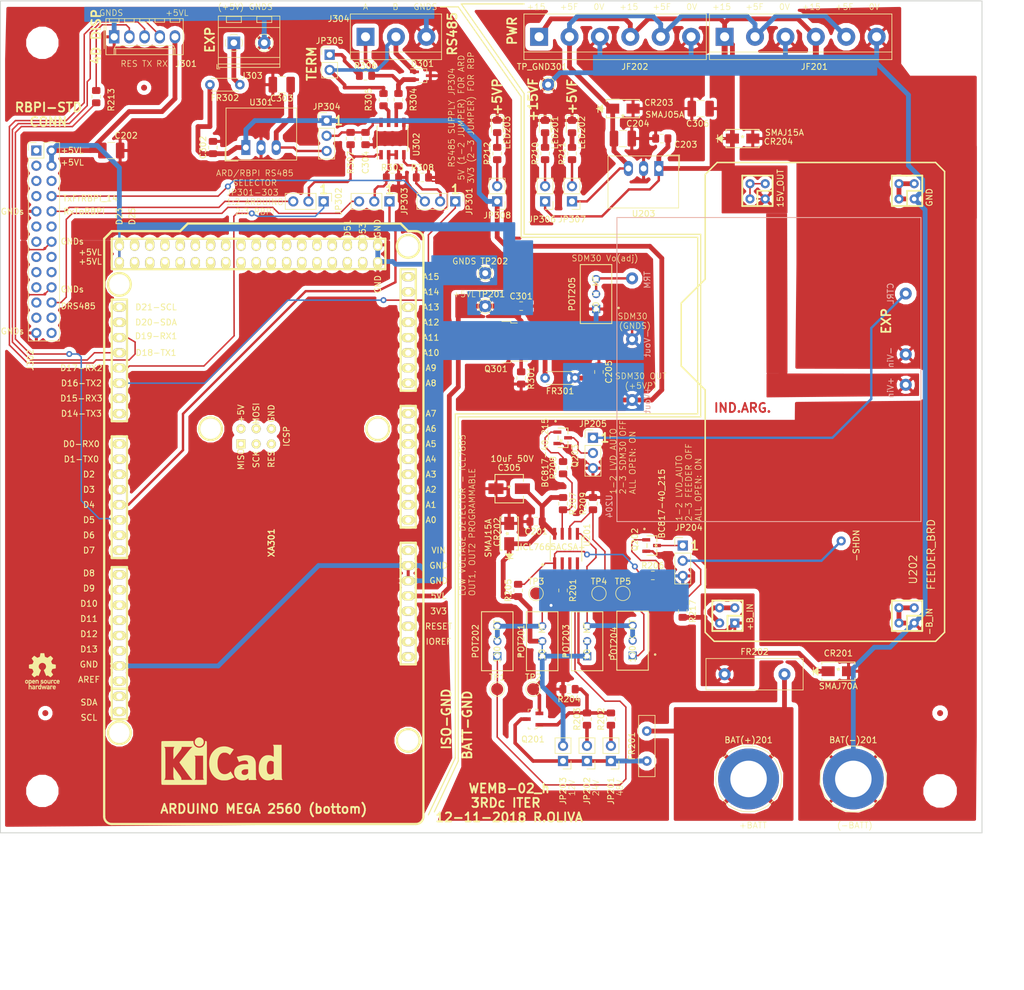
<source format=kicad_pcb>
(kicad_pcb (version 20171130) (host pcbnew "(5.0.0)")
  (title_block (title "WEMB_02h - Inicio Ruteo desde SCHEM") (date 2018-11-12) (company "UNPA+L&R ING / R.OLIVA CESE 2018"))
  (layers (0 F.Cu signal) (31 B.Cu signal) (34 B.Paste user) (35 F.Paste user) (36 B.SilkS user) (37 F.SilkS user) (38 B.Mask user) (39 F.Mask user) (44 Edge.Cuts user))
  (net 0 "")
  (net 1 /Power/BAT+)
  (net 2 Earth)
  (net 3 /Power/V+_Q_EMIT)
  (net 4 +15V)
  (net 5 +5F)
  (net 6 +5VP)
  (net 7 GNDS)
  (net 8 "Net-(C303-Pad1)")
  (net 9 "Net-(C304-Pad1)")
  (net 10 /Power/+B_FEED)
  (net 11 /DataComm/A_OUT)
  (net 12 "Net-(FR201-Pad1)")
  (net 13 "Net-(FR301-Pad2)")
  (net 14 "Net-(FR302-Pad1)")
  (net 15 /DataComm/RESET_4D)
  (net 16 /DataComm/TX1_DISP)
  (net 17 /DataComm/RX1_DISP)
  (net 18 "Net-(J302-Pad1)")
  (net 19 "Net-(J302-Pad3)")
  (net 20 "Net-(J302-Pad5)")
  (net 21 "Net-(J302-Pad6)")
  (net 22 "Net-(J302-Pad7)")
  (net 23 "/DataComm/TX_FROM_RBPI(TX0_14)")
  (net 24 /DataComm/RX_TO_RBPI)
  (net 25 "Net-(J302-Pad11)")
  (net 26 "Net-(J302-Pad12)")
  (net 27 "Net-(J302-Pad13)")
  (net 28 "Net-(J302-Pad15)")
  (net 29 "Net-(J302-Pad16)")
  (net 30 "Net-(J302-Pad17)")
  (net 31 "Net-(J302-Pad18)")
  (net 32 "Net-(J302-Pad19)")
  (net 33 "Net-(J302-Pad21)")
  (net 34 /DataComm/D485_RBPI)
  (net 35 "Net-(J302-Pad23)")
  (net 36 "Net-(J302-Pad24)")
  (net 37 "Net-(J302-Pad26)")
  (net 38 "Net-(JP201-Pad2)")
  (net 39 "Net-(JP202-Pad2)")
  (net 40 "Net-(JP204-Pad1)")
  (net 41 "Net-(JP204-Pad2)")
  (net 42 "Net-(JP205-Pad2)")
  (net 43 "Net-(JP205-Pad1)")
  (net 44 /DataComm/TX2_ARD)
  (net 45 "Net-(JP301-Pad2)")
  (net 46 "Net-(JP302-Pad2)")
  (net 47 /DataComm/RX2_ARD)
  (net 48 /DataComm/DIR_485_ARD)
  (net 49 /DataComm/D_485)
  (net 50 "Net-(JP305-Pad1)")
  (net 51 "Net-(LED201-Pad2)")
  (net 52 "Net-(LED202-Pad2)")
  (net 53 "Net-(LED203-Pad2)")
  (net 54 /Power/HYST1_IN)
  (net 55 /Power/SET1_IN)
  (net 56 /Power/HYST2_IN)
  (net 57 /Power/SET2_IN)
  (net 58 "Net-(POT205-Pad2)")
  (net 59 "Net-(Q201-Pad1)")
  (net 60 "Net-(Q202-Pad1)")
  (net 61 "Net-(Q203-Pad1)")
  (net 62 "Net-(Q301-Pad1)")
  (net 63 /Power/OUT1_SIG)
  (net 64 /Power/OUT2_SIG)
  (net 65 "Net-(R304-Pad2)")
  (net 66 /DataComm/B_OUT)
  (net 67 "Net-(XA301-Pad2)")
  (net 68 "Net-(XA301-Pad3)")
  (net 69 "Net-(XA301-Pad4)")
  (net 70 "Net-(XA301-Pad8)")
  (net 71 "Net-(XA301-Pad9)")
  (net 72 "Net-(XA301-Pad10)")
  (net 73 "Net-(XA301-Pad11)")
  (net 74 "Net-(XA301-Pad12)")
  (net 75 "Net-(XA301-Pad15)")
  (net 76 "Net-(XA301-Pad16)")
  (net 77 "Net-(XA301-Pad17)")
  (net 78 "Net-(XA301-Pad18)")
  (net 79 "Net-(XA301-Pad19)")
  (net 80 "Net-(XA301-Pad20)")
  (net 81 "Net-(XA301-Pad21)")
  (net 82 "Net-(XA301-Pad22)")
  (net 83 "Net-(XA301-Pad23)")
  (net 84 "Net-(XA301-Pad24)")
  (net 85 "Net-(XA301-Pad26)")
  (net 86 "Net-(XA301-Pad27)")
  (net 87 "Net-(XA301-Pad28)")
  (net 88 "Net-(XA301-Pad30)")
  (net 89 "Net-(XA301-Pad31)")
  (net 90 "Net-(XA301-Pad32)")
  (net 91 "Net-(XA301-Pad33)")
  (net 92 "Net-(XA301-Pad34)")
  (net 93 "Net-(XA301-Pad35)")
  (net 94 "Net-(XA301-Pad36)")
  (net 95 "Net-(XA301-Pad37)")
  (net 96 "Net-(XA301-Pad38)")
  (net 97 "Net-(XA301-Pad39)")
  (net 98 "Net-(XA301-Pad40)")
  (net 99 "Net-(XA301-Pad41)")
  (net 100 "Net-(XA301-Pad44)")
  (net 101 "Net-(XA301-Pad45)")
  (net 102 "Net-(XA301-Pad46)")
  (net 103 "Net-(XA301-Pad47)")
  (net 104 "Net-(XA301-Pad48)")
  (net 105 "Net-(XA301-Pad49)")
  (net 106 "Net-(XA301-Pad50)")
  (net 107 "Net-(XA301-Pad51)")
  (net 108 "Net-(XA301-Pad52)")
  (net 109 "Net-(XA301-Pad53)")
  (net 110 "Net-(XA301-Pad54)")
  (net 111 "Net-(XA301-Pad55)")
  (net 112 "Net-(XA301-Pad56)")
  (net 113 "Net-(XA301-Pad57)")
  (net 114 "Net-(XA301-Pad58)")
  (net 115 "Net-(XA301-Pad59)")
  (net 116 "Net-(XA301-Pad61)")
  (net 117 "Net-(XA301-Pad62)")
  (net 118 "Net-(XA301-Pad67)")
  (net 119 "Net-(XA301-Pad68)")
  (net 120 "Net-(XA301-Pad69)")
  (net 121 "Net-(XA301-Pad70)")
  (net 122 "Net-(XA301-Pad71)")
  (net 123 "Net-(XA301-Pad72)")
  (net 124 "Net-(XA301-Pad75)")
  (net 125 "Net-(XA301-Pad76)")
  (net 126 "Net-(XA301-Pad77)")
  (net 127 "Net-(XA301-Pad78)")
  (net 128 "Net-(XA301-Pad79)")
  (net 129 "Net-(XA301-Pad80)")
  (net 130 "Net-(XA301-Pad81)")
  (net 131 "Net-(XA301-Pad82)")
  (net 132 "Net-(XA301-Pad84)")
  (net 133 "Net-(XA301-Pad85)")
  (net 134 "Net-(XA301-Pad86)")
  (net 135 "Net-(XA301-Pad87)")
  (net 136 "Net-(XA301-Pad88)")
  (net 137 "Net-(XA301-Pad89)")
  (net 138 "Net-(XA301-Pad90)")
  (net 139 "Net-(XA301-Pad91)")
  (net 140 "Net-(XA301-Pad92)")
  (net 141 "Net-(XA301-Pad13)")
  (net 142 "Net-(XA301-Pad14)")
  (net 143 "Net-(R213-Pad2)")
  (net 144 +5VL)
  (net 145 "Net-(JP307-Pad2)")
  (net 146 "Net-(JP306-Pad2)")
  (net 147 "Net-(JP308-Pad2)")
  (net 148 "Net-(D301-Pad1)")
  (module TestPoint:TestPoint_THTPad_D2.0mm_Drill1.0mm (layer F.Cu) (at 152.5 35)
    (fp_text reference TP_GND301 (at -1 -3) (layer F.SilkS))
    (fp_text value TP2)
    (pad 1 thru_hole circle (at 0 0) (size 2 2) (drill 1) (layers *.Cu *.Mask) (net 2 Earth))
  )
  (module Capacitor_SMD:C_1210_3225Metric_Pad1.42x2.65mm_HandSolder (layer F.Cu) (at 79.5125 46)
    (fp_text reference C202 (at 2.4875 -2.5) (layer F.SilkS))
    (fp_text value "4.7uF 50V MLCC")
    (pad 1 smd roundrect (at -1.4875 0) (size 1.425 2.65) (layers F.Cu F.Paste F.Mask) (roundrect_rratio 0.175439) (net 144 +5VL))
    (pad 2 smd roundrect (at 1.4875 0) (size 1.425 2.65) (layers F.Cu F.Paste F.Mask) (roundrect_rratio 0.175439) (net 7 GNDS))
  )
  (module Fiducial:Fiducial_1mm_Dia_2mm_Outer (layer F.Cu) (at 68.5 140)
    (fp_text reference F103 hide)
    (fp_text value Fiducial)
    (pad ~ smd circle (at 0 0) (size 1 1) (layers F.Cu F.Mask) (clearance 0.5))
  )
  (module TestPoint:TestPoint_THTPad_D2.0mm_Drill1.0mm (layer F.Cu) (at 142 72)
    (fp_text reference TP201 (at 1 -2) (layer F.SilkS))
    (fp_text value +5VLtp)
    (pad 1 thru_hole circle (at 0 0) (size 2 2) (drill 1) (layers *.Cu *.Mask) (net 144 +5VL))
  )
  (module TestPoint:TestPoint_THTPad_D2.0mm_Drill1.0mm (layer F.Cu) (at 142 66.5)
    (fp_text reference TP202 (at 1.5 -2) (layer F.SilkS))
    (fp_text value GNDS)
    (pad 1 thru_hole circle (at 0 0) (size 2 2) (drill 1) (layers *.Cu *.Mask) (net 7 GNDS))
  )
  (module Capacitor_SMD:C_1210_3225Metric_Pad1.42x2.65mm_HandSolder (layer F.Cu) (at 178 39 180)
    (fp_text reference C306 (at 0.5 -2.5 180) (layer F.SilkS))
    (fp_text value "10uF 50V")
    (pad 1 smd roundrect (at -1.4875 0 180) (size 1.425 2.65) (layers F.Cu F.Paste F.Mask) (roundrect_rratio 0.175439) (net 4 +15V))
    (pad 2 smd roundrect (at 1.4875 0 180) (size 1.425 2.65) (layers F.Cu F.Paste F.Mask) (roundrect_rratio 0.175439) (net 2 Earth))
  )
  (module Cp1footprints:EEE-1EA100WR (layer F.Cu) (at 146 102.5 180)
    (fp_text reference C305 (at 0 3.5 180) (layer F.SilkS))
    (fp_text value "10uF 50V" (at -0.5 5 180) (layer F.SilkS))
    (fp_text user * (at 0 0 180) (layer F.SilkS))
    (pad 1 smd rect (at -2.2098 0 180) (size 2.5146 1.778) (layers F.Cu F.Paste F.Mask) (net 3 /Power/V+_Q_EMIT))
    (pad 2 smd rect (at 2.2098 0 180) (size 2.5146 1.778) (layers F.Cu F.Paste F.Mask) (net 2 Earth))
  )
  (module User2:Global_feeder (layer F.Cu) (at 218.75 128 90)
    (fp_text reference U202 (at 12 -5.25 90) (layer F.SilkS) (effects (font (size 1.27 1.27))))
    (fp_text value FEEDER_BRD (at 14.5 -2.25 90) (layer F.SilkS) (effects (font (size 1.27 1.27))))
    (fp_text user -B_IN (at 3.302 -2.54 90) (layer F.SilkS))
    (fp_text user +B_IN (at 4.064 -32.512 90) (layer F.SilkS))
    (fp_text user -SHDN (at 16 -14.75 90) (layer F.SilkS))
    (fp_text user GND (at 74.168 -2.54 90) (layer F.SilkS))
    (fp_text user 15V_OUT (at 75.692 -27.432 90) (layer F.SilkS))
    (pad 1 thru_hole trapezoid (at 3.048 -35.052 90) (size 1.524 1.524) (drill 0.762) (layers *.Cu *.Mask) (net 10 /Power/+B_FEED))
    (pad 2 thru_hole circle (at 3.048 -5.08 90) (size 1.524 1.524) (drill 0.762) (layers *.Cu *.Mask) (net 2 Earth))
    (pad 3 thru_hole circle (at 16.764 -17.272 90) (size 1.524 1.524) (drill 0.762) (layers *.Cu *.Mask) (net 41 "Net-(JP204-Pad2)"))
    (pad 4 thru_hole circle (at 73.914 -29.972 90) (size 1.524 1.524) (drill 0.762) (layers *.Cu *.Mask) (net 4 +15V))
    (pad 5 thru_hole circle (at 73.914 -5.08 90) (size 1.524 1.524) (drill 0.762) (layers *.Cu *.Mask) (net 2 Earth))
    (pad 6 thru_hole circle (at 3.048 -37.592 90) (size 1.524 1.524) (drill 0.762) (layers *.Cu *.Mask))
    (pad 7 thru_hole circle (at 5.588 -37.592 90) (size 1.524 1.524) (drill 0.762) (layers *.Cu *.Mask))
    (pad 8 thru_hole circle (at 5.588 -35.052 90) (size 1.524 1.524) (drill 0.762) (layers *.Cu *.Mask))
    (pad 9 thru_hole circle (at 3.048 -7.62 90) (size 1.524 1.524) (drill 0.762) (layers *.Cu *.Mask))
    (pad 10 thru_hole circle (at 5.588 -7.62 90) (size 1.524 1.524) (drill 0.762) (layers *.Cu *.Mask))
    (pad 11 thru_hole circle (at 5.588 -5.08 90) (size 1.524 1.524) (drill 0.762) (layers *.Cu *.Mask))
    (pad 12 thru_hole circle (at 73.914 -7.62 90) (size 1.524 1.524) (drill 0.762) (layers *.Cu *.Mask))
    (pad 13 thru_hole circle (at 76.454 -7.62 90) (size 1.524 1.524) (drill 0.762) (layers *.Cu *.Mask))
    (pad 14 thru_hole circle (at 76.454 -5.08 90) (size 1.524 1.524) (drill 0.762) (layers *.Cu *.Mask))
    (pad 15 thru_hole circle (at 73.914 -32.512 90) (size 1.524 1.524) (drill 0.762) (layers *.Cu *.Mask))
    (pad 16 thru_hole circle (at 76.454 -32.512 90) (size 1.524 1.524) (drill 0.762) (layers *.Cu *.Mask))
    (pad 17 thru_hole circle (at 76.454 -29.972 90) (size 1.524 1.524) (drill 0.762) (layers *.Cu *.Mask))
  )
  (module Capacitor_THT:C_Disc_D10.0mm_W2.5mm_P5.00mm (layer F.Cu) (at 169 148 90)
    (fp_text reference FR201 (at 2.5 -2.5 90) (layer F.SilkS))
    (fp_text value "0.25 A")
    (pad 1 thru_hole circle (at 0 0 90) (size 1.6 1.6) (drill 0.8) (layers *.Cu *.Mask) (net 12 "Net-(FR201-Pad1)"))
    (pad 2 thru_hole circle (at 5 0 90) (size 1.6 1.6) (drill 0.8) (layers *.Cu *.Mask) (net 1 /Power/BAT+))
  )
  (module Connector:Banana_Jack_1Pin (layer F.Cu) (at 186 151)
    (fp_text reference "BAT(+)201" (at 0 -6.5) (layer F.SilkS))
    (fp_text value SCREW_TERM8191)
    (pad 1 thru_hole circle (at 0 0) (size 10.16 10.16) (drill 6.1) (layers *.Cu *.Mask) (net 1 /Power/BAT+))
  )
  (module Connector:Banana_Jack_1Pin (layer F.Cu) (at 203.5 151)
    (fp_text reference "BAT(-)201" (at 0 -6.5) (layer F.SilkS))
    (fp_text value SCREW_TERM8191)
    (pad 1 thru_hole circle (at 0 0) (size 10.16 10.16) (drill 6.1) (layers *.Cu *.Mask) (net 2 Earth))
  )
  (module Connector_PinHeader_2.54mm:PinHeader_1x02_P2.54mm_Vertical (layer F.Cu) (at 144 54.5 180)
    (fp_text reference JP308 (at 0 -2.33 180) (layer F.SilkS))
    (fp_text value Jumper_2_Open)
    (pad 1 thru_hole rect (at 0 0 180) (size 1.7 1.7) (drill 1) (layers *.Cu *.Mask) (net 6 +5VP))
    (pad 2 thru_hole oval (at 0 2.54 180) (size 1.7 1.7) (drill 1) (layers *.Cu *.Mask) (net 147 "Net-(JP308-Pad2)"))
  )
  (module Connector_PinHeader_2.54mm:PinHeader_1x02_P2.54mm_Vertical (layer F.Cu) (at 156.5 54.5 180)
    (fp_text reference JP307 (at 0 -3 180) (layer F.SilkS))
    (fp_text value Jumper_2_Open)
    (pad 2 thru_hole oval (at 0 2.54 180) (size 1.7 1.7) (drill 1) (layers *.Cu *.Mask) (net 145 "Net-(JP307-Pad2)"))
    (pad 1 thru_hole rect (at 0 0 180) (size 1.7 1.7) (drill 1) (layers *.Cu *.Mask) (net 5 +5F))
  )
  (module Connector_PinHeader_2.54mm:PinHeader_1x02_P2.54mm_Vertical (layer F.Cu) (at 152 54.5 180)
    (fp_text reference JP306 (at 0.5 -3 180) (layer F.SilkS))
    (fp_text value Jumper_2_Open)
    (pad 1 thru_hole rect (at 0 0 180) (size 1.7 1.7) (drill 1) (layers *.Cu *.Mask) (net 4 +15V))
    (pad 2 thru_hole oval (at 0 2.54 180) (size 1.7 1.7) (drill 1) (layers *.Cu *.Mask) (net 146 "Net-(JP306-Pad2)"))
  )
  (module Fiducial:Fiducial_1mm_Dia_2mm_Outer (layer F.Cu) (at 85 35.5)
    (fp_text reference F102 hide)
    (fp_text value Fiducial)
    (pad ~ smd circle (at 0 0) (size 1 1) (layers F.Cu F.Mask) (clearance 0.5))
  )
  (module Fiducial:Fiducial_1mm_Dia_2mm_Outer (layer F.Cu) (at 218 140)
    (fp_text reference F101 hide)
    (fp_text value Fiducial)
    (pad ~ smd circle (at 0 0) (size 1 1) (layers F.Cu F.Mask) (clearance 0.5))
  )
  (module MountingHole:MountingHole_4mm (layer F.Cu) (at 218 153)
    (fp_text reference MH102 hide)
    (fp_text value MH4mm)
    (pad 1 np_thru_hole circle (at 0 0) (size 4 4) (drill 4) (layers *.Cu *.Mask))
  )
  (module MountingHole:MountingHole_4mm (layer F.Cu) (at 218 28)
    (fp_text reference MH104 hide)
    (fp_text value MH4mm)
    (pad 1 np_thru_hole circle (at 0 0) (size 4 4) (drill 4) (layers *.Cu *.Mask))
  )
  (module MountingHole:MountingHole_4mm (layer F.Cu) (at 68 153)
    (fp_text reference MH103 hide)
    (fp_text value MH4mm)
    (pad 1 np_thru_hole circle (at 0 0) (size 4 4) (drill 4) (layers *.Cu *.Mask))
  )
  (module MountingHole:MountingHole_4mm (layer F.Cu) (at 68 28)
    (fp_text reference MH101 hide)
    (fp_text value MH4mm)
    (pad 1 np_thru_hole circle (at 0 0) (size 4 4) (drill 4) (layers *.Cu *.Mask))
  )
  (module TestPoint:TestPoint_Pad_D2.0mm (layer F.Cu) (at 144 136)
    (fp_text reference TP1 (at 0 -1.998) (layer F.SilkS))
    (fp_text value TP1)
    (pad 1 smd circle (at 0 0) (size 2 2) (layers F.Cu F.Mask) (net 55 /Power/SET1_IN))
  )
  (module TestPoint:TestPoint_Pad_D2.0mm (layer F.Cu) (at 150 136)
    (fp_text reference TP2 (at 0 -1.998) (layer F.SilkS))
    (fp_text value TP2)
    (pad 1 smd circle (at 0 0) (size 2 2) (layers F.Cu F.Mask) (net 3 /Power/V+_Q_EMIT))
  )
  (module TestPoint:TestPoint_Pad_D2.0mm (layer F.Cu) (at 150.5 120)
    (fp_text reference TP3 (at 0 -1.998) (layer F.SilkS))
    (fp_text value TP2)
    (pad 1 smd circle (at 0 0) (size 2 2) (layers F.Cu F.Mask) (net 54 /Power/HYST1_IN))
  )
  (module TestPoint:TestPoint_Pad_D2.0mm (layer F.Cu) (at 161 120)
    (fp_text reference TP4 (at 0 -1.998) (layer F.SilkS))
    (fp_text value TP2)
    (pad 1 smd circle (at 0 0) (size 2 2) (layers F.Cu F.Mask) (net 56 /Power/HYST2_IN))
  )
  (module TestPoint:TestPoint_Pad_D2.0mm (layer F.Cu) (at 165 120)
    (fp_text reference TP5 (at 0 -1.998) (layer F.SilkS))
    (fp_text value TP2)
    (pad 1 smd circle (at 0 0) (size 2 2) (layers F.Cu F.Mask) (net 57 /Power/SET2_IN))
  )
  (module Resistor_SMD:R_0805_2012Metric_Pad1.15x1.40mm_HandSolder (layer F.Cu) (at 77 37 270)
    (fp_text reference R213 (at 0.525 -2.5 270) (layer F.SilkS))
    (fp_text value 1K)
    (pad 1 smd roundrect (at -1.025 0 270) (size 1.15 1.4) (layers F.Cu F.Paste F.Mask) (roundrect_rratio 0.217391) (net 15 /DataComm/RESET_4D))
    (pad 2 smd roundrect (at 1.025 0 270) (size 1.15 1.4) (layers F.Cu F.Paste F.Mask) (roundrect_rratio 0.217391) (net 143 "Net-(R213-Pad2)"))
  )
  (module PowerMod:POWER_SDM1b (layer B.Cu) (at 164 108 90)
    (fp_text reference U204 (at 2.54 -1.27 90) (layer B.SilkS) (effects (justify mirror)))
    (fp_text value SDM30-125S)
    (fp_text user +Vin (at 22.352 45.72 90) (layer B.SilkS) (effects (justify mirror)))
    (fp_text user -Vin (at 27.432 45.72 90) (layer B.SilkS) (effects (justify mirror)))
    (fp_text user CTRL (at 38.1 45.72 90) (layer B.SilkS) (effects (justify mirror)))
    (fp_text user +Vout (at 20.32 5.08 90) (layer B.SilkS) (effects (justify mirror)))
    (fp_text user -Vout (at 29.718 5.08 90) (layer B.SilkS) (effects (justify mirror)))
    (fp_text user TRM (at 40.386 5.08 90) (layer B.SilkS) (effects (justify mirror)))
    (pad 4 thru_hole circle (at 38.1 48.26 90) (size 2 2) (drill 1) (layers *.Cu *.Mask) (net 43 "Net-(JP205-Pad1)"))
    (pad 1 thru_hole circle (at 22.86 48.26 90) (size 2 2) (drill 1) (layers *.Cu *.Mask) (net 4 +15V))
    (pad 2 thru_hole circle (at 27.94 48.26 90) (size 2 2) (drill 1) (layers *.Cu *.Mask) (net 2 Earth))
    (pad 7 thru_hole circle (at 30.48 2.54 90) (size 2 2) (drill 1) (layers *.Cu *.Mask) (net 7 GNDS))
    (pad 6 thru_hole circle (at 20.32 2.54 90) (size 2 2) (drill 1) (layers *.Cu *.Mask) (net 6 +5VP))
    (pad 8 thru_hole circle (at 40.64 2.54 90) (size 2 2) (drill 1) (layers *.Cu *.Mask) (net 58 "Net-(POT205-Pad2)"))
  )
  (module User:arduino_mega_header (layer F.Cu) (at 105 109 90)
    (fp_text reference XA301 (at -2.54 1.27 90) (layer F.SilkS) (effects (font (size 1.016 1.016) (thickness 0.2032))))
    (fp_text value Arduino_Mega2560_Shield hide)
    (fp_text user "" (at -1.27 -1.27 90) (layer F.SilkS))
    (fp_text user IOREF (at -19.05 29.21 180) (layer F.SilkS))
    (fp_text user RESET (at -16.51 29.21 180) (layer F.SilkS))
    (fp_text user 3V3 (at -13.97 29.21 180) (layer F.SilkS))
    (fp_text user GND (at -8.89 29.21 180) (layer F.SilkS))
    (fp_text user 5VL (at -11.43 29.21 180) (layer F.SilkS))
    (fp_text user GND (at -6.35 29.21 180) (layer F.SilkS))
    (fp_text user VIN (at -3.81 29.21 180) (layer F.SilkS))
    (fp_text user A0 (at 1.27 27.94 180) (layer F.SilkS))
    (fp_text user A1 (at 3.81 27.94 180) (layer F.SilkS))
    (fp_text user A2 (at 6.35 27.94 180) (layer F.SilkS))
    (fp_text user A3 (at 8.89 27.94 180) (layer F.SilkS))
    (fp_text user A4 (at 11.43 27.94 180) (layer F.SilkS))
    (fp_text user A5 (at 13.97 27.94 180) (layer F.SilkS))
    (fp_text user A6 (at 16.51 27.94 180) (layer F.SilkS))
    (fp_text user A7 (at 19.05 27.94 180) (layer F.SilkS))
    (fp_text user A8 (at 24.13 27.94 180) (layer F.SilkS))
    (fp_text user A9 (at 26.67 27.94 180) (layer F.SilkS))
    (fp_text user A10 (at 29.21 27.94 180) (layer F.SilkS))
    (fp_text user A11 (at 31.75 27.94 180) (layer F.SilkS))
    (fp_text user A12 (at 34.29 27.94 180) (layer F.SilkS))
    (fp_text user A13 (at 36.83 27.94 180) (layer F.SilkS))
    (fp_text user A14 (at 39.37 27.94 180) (layer F.SilkS))
    (fp_text user A15 (at 41.91 27.94 180) (layer F.SilkS))
    (fp_text user SCL (at -31.75 -29.21 180) (layer F.SilkS))
    (fp_text user SDA (at -29.21 -29.21 180) (layer F.SilkS))
    (fp_text user AREF (at -25.4 -29.21 180) (layer F.SilkS))
    (fp_text user GND (at -22.86 -29.21 180) (layer F.SilkS))
    (fp_text user D13 (at -20.32 -29.21 180) (layer F.SilkS))
    (fp_text user D12 (at -17.78 -29.21 180) (layer F.SilkS))
    (fp_text user D11 (at -15.24 -29.21 180) (layer F.SilkS))
    (fp_text user D10 (at -12.7 -29.21 180) (layer F.SilkS))
    (fp_text user D9 (at -10.16 -29.21 180) (layer F.SilkS))
    (fp_text user D8 (at -7.62 -29.21 180) (layer F.SilkS))
    (fp_text user D7 (at -3.81 -29.21 180) (layer F.SilkS))
    (fp_text user D6 (at -1.27 -29.21 180) (layer F.SilkS))
    (fp_text user D5 (at 1.27 -29.21 180) (layer F.SilkS))
    (fp_text user D4 (at 3.81 -29.21 180) (layer F.SilkS))
    (fp_text user D3 (at 6.35 -29.21 180) (layer F.SilkS))
    (fp_text user D2 (at 8.89 -29.21 180) (layer F.SilkS))
    (fp_text user D1-TX0 (at 11.43 -30.48 180) (layer F.SilkS))
    (fp_text user D0-RX0 (at 13.97 -30.48 180) (layer F.SilkS))
    (fp_text user D14-TX3 (at 19.05 -30.48 180) (layer F.SilkS))
    (fp_text user D15-RX3 (at 21.59 -30.48 180) (layer F.SilkS))
    (fp_text user D16-TX2 (at 24.13 -30.48 180) (layer F.SilkS))
    (fp_text user D17-RX2 (at 26.67 -30.48 180) (layer F.SilkS))
    (fp_text user D18-TX1 (at 29.21 -18 180) (layer F.SilkS))
    (fp_text user D19-RX1 (at 32 -18 180) (layer F.SilkS))
    (fp_text user D20-SDA (at 34.29 -18 180) (layer F.SilkS))
    (fp_text user D21-SCL (at 36.83 -18 180) (layer F.SilkS))
    (fp_text user +5VL (at 44.45 -29 180) (layer F.SilkS))
    (fp_text user +5VL (at 46 -29 180) (layer F.SilkS))
    (fp_text user D23 (at 52 -24.13 270) (layer F.SilkS))
    (fp_text user D25 (at 52 -22 270) (layer F.SilkS))
    (fp_text user D51 (at 50 14 270) (layer F.SilkS))
    (fp_text user D53 (at 49.5 16.51 270) (layer F.SilkS))
    (fp_text user GND (at 50 19 270) (layer F.SilkS))
    (fp_text user GND (at 40.64 19.05 270) (layer F.SilkS))
    (fp_text user +5V (at 19.05 -3.81 270) (layer F.SilkS))
    (fp_text user GND (at 19.05 1.27 270) (layer F.SilkS))
    (fp_text user MISO (at 11.43 -3.81 270) (layer F.SilkS))
    (fp_text user SCK (at 11.43 -1.27 270) (layer F.SilkS))
    (fp_text user RES (at 11.43 1.27 270) (layer F.SilkS))
    (fp_text user MOSI (at 19.05 -1.27 270) (layer F.SilkS))
    (fp_text user ICSP (at 15.24 3.81 270) (layer F.SilkS))
    (pad 1 thru_hole oval (at -21.59 24.13 90) (size 1.524 2.19964) (drill 1.00076) (layers *.Cu *.Mask F.SilkS))
    (pad 2 thru_hole oval (at -19.05 24.13 90) (size 1.524 2.19964) (drill 1.00076) (layers *.Cu *.Mask F.SilkS) (net 67 "Net-(XA301-Pad2)"))
    (pad 3 thru_hole oval (at -16.51 24.13 90) (size 1.524 2.19964) (drill 1.00076) (layers *.Cu *.Mask F.SilkS) (net 68 "Net-(XA301-Pad3)"))
    (pad 4 thru_hole oval (at -13.97 24.13 90) (size 1.524 2.19964) (drill 1.00076) (layers *.Cu *.Mask F.SilkS) (net 69 "Net-(XA301-Pad4)"))
    (pad 5 thru_hole oval (at -11.43 24.13 90) (size 1.524 2.19964) (drill 1.00076) (layers *.Cu *.Mask F.SilkS) (net 144 +5VL))
    (pad 6 thru_hole oval (at -8.89 24.13 90) (size 1.524 2.19964) (drill 1.00076) (layers *.Cu *.Mask F.SilkS) (net 7 GNDS))
    (pad 7 thru_hole oval (at -6.35 24.13 90) (size 1.524 2.19964) (drill 1.00076) (layers *.Cu *.Mask F.SilkS) (net 7 GNDS))
    (pad 8 thru_hole oval (at -3.81 24.13 90) (size 1.524 2.19964) (drill 1.00076) (layers *.Cu *.Mask F.SilkS) (net 70 "Net-(XA301-Pad8)"))
    (pad 9 thru_hole oval (at 1.27 24.13 90) (size 1.524 2.19964) (drill 1.00076) (layers *.Cu *.Mask F.SilkS) (net 71 "Net-(XA301-Pad9)"))
    (pad 10 thru_hole oval (at 3.81 24.13 90) (size 1.524 2.19964) (drill 1.00076) (layers *.Cu *.Mask F.SilkS) (net 72 "Net-(XA301-Pad10)"))
    (pad 11 thru_hole oval (at 6.35 24.13 90) (size 1.524 2.19964) (drill 1.00076) (layers *.Cu *.Mask F.SilkS) (net 73 "Net-(XA301-Pad11)"))
    (pad 12 thru_hole oval (at 8.89 24.13 90) (size 1.524 2.19964) (drill 1.00076) (layers *.Cu *.Mask F.SilkS) (net 74 "Net-(XA301-Pad12)"))
    (pad 13 thru_hole oval (at 11.43 24.13 90) (size 1.524 2.19964) (drill 1.00076) (layers *.Cu *.Mask F.SilkS) (net 141 "Net-(XA301-Pad13)"))
    (pad 14 thru_hole oval (at 13.97 24.13 90) (size 1.524 2.19964) (drill 1.00076) (layers *.Cu *.Mask F.SilkS) (net 142 "Net-(XA301-Pad14)"))
    (pad 15 thru_hole oval (at 16.51 24.13 90) (size 1.524 2.19964) (drill 1.00076) (layers *.Cu *.Mask F.SilkS) (net 75 "Net-(XA301-Pad15)"))
    (pad 16 thru_hole oval (at 19.05 24.13 90) (size 1.524 2.19964) (drill 1.00076) (layers *.Cu *.Mask F.SilkS) (net 76 "Net-(XA301-Pad16)"))
    (pad 17 thru_hole oval (at 24.13 24.13 90) (size 1.524 2.19964) (drill 1.00076) (layers *.Cu *.Mask F.SilkS) (net 77 "Net-(XA301-Pad17)"))
    (pad 18 thru_hole oval (at 26.67 24.13 90) (size 1.524 2.19964) (drill 1.00076) (layers *.Cu *.Mask F.SilkS) (net 78 "Net-(XA301-Pad18)"))
    (pad 19 thru_hole oval (at 29.21 24.13 90) (size 1.524 2.19964) (drill 1.00076) (layers *.Cu *.Mask F.SilkS) (net 79 "Net-(XA301-Pad19)"))
    (pad 20 thru_hole oval (at 31.75 24.13 90) (size 1.524 2.1971) (drill 1.00076) (layers *.Cu *.Mask F.SilkS) (net 80 "Net-(XA301-Pad20)"))
    (pad 21 thru_hole oval (at 34.29 24.13 90) (size 1.524 2.1971) (drill 1.00076) (layers *.Cu *.Mask F.SilkS) (net 81 "Net-(XA301-Pad21)"))
    (pad 22 thru_hole oval (at 36.83 24.13 90) (size 1.524 2.1971) (drill 1.00076) (layers *.Cu *.Mask F.SilkS) (net 82 "Net-(XA301-Pad22)"))
    (pad 23 thru_hole oval (at 39.37 24.13 90) (size 1.524 2.1971) (drill 1.00076) (layers *.Cu *.Mask F.SilkS) (net 83 "Net-(XA301-Pad23)"))
    (pad 24 thru_hole oval (at 41.91 24.13 90) (size 1.524 2.1971) (drill 1.00076) (layers *.Cu *.Mask F.SilkS) (net 84 "Net-(XA301-Pad24)"))
    (pad "" np_thru_hole circle (at -35.56 24.13 90) (size 3.19786 3.19786) (drill 3.19786) (layers *.Cu *.Mask F.SilkS))
    (pad "" np_thru_hole circle (at 16.51 19.05 90) (size 3.19786 3.19786) (drill 3.19786) (layers *.Cu *.Mask F.SilkS))
    (pad "" np_thru_hole circle (at 46.99 24.13 90) (size 3.19786 3.19786) (drill 3.19786) (layers *.Cu *.Mask F.SilkS))
    (pad 25 thru_hole oval (at 44.45 19.05 90) (size 1.99898 1.53924) (drill 1.00076 (offset -0.24892 0)) (layers *.Cu *.Mask F.SilkS) (net 7 GNDS))
    (pad 26 thru_hole oval (at 44.45 16.51 90) (size 1.99898 1.53924) (drill 1.00076 (offset -0.24892 0)) (layers *.Cu *.Mask F.SilkS) (net 85 "Net-(XA301-Pad26)"))
    (pad 27 thru_hole oval (at 44.45 13.97 90) (size 1.99898 1.53924) (drill 1.00076 (offset -0.24892 0)) (layers *.Cu *.Mask F.SilkS) (net 86 "Net-(XA301-Pad27)"))
    (pad 28 thru_hole oval (at 44.45 11.43 90) (size 1.99898 1.53924) (drill 1.00076 (offset -0.24892 0)) (layers *.Cu *.Mask F.SilkS) (net 87 "Net-(XA301-Pad28)"))
    (pad 29 thru_hole oval (at 44.45 8.89 90) (size 1.99898 1.53924) (drill 1.00076 (offset -0.24892 0)) (layers *.Cu *.Mask F.SilkS))
    (pad 30 thru_hole oval (at 44.45 6.35 90) (size 1.99898 1.53924) (drill 1.00076 (offset -0.24892 0)) (layers *.Cu *.Mask F.SilkS) (net 88 "Net-(XA301-Pad30)"))
    (pad 31 thru_hole oval (at 44.45 3.81 90) (size 1.99898 1.53924) (drill 1.00076 (offset -0.24892 0)) (layers *.Cu *.Mask F.SilkS) (net 89 "Net-(XA301-Pad31)"))
    (pad 32 thru_hole oval (at 44.45 1.27 90) (size 1.99898 1.53924) (drill 1.00076 (offset -0.24892 0)) (layers *.Cu *.Mask F.SilkS) (net 90 "Net-(XA301-Pad32)"))
    (pad 33 thru_hole oval (at 44.45 -1.27 90) (size 1.99898 1.53924) (drill 1.00076 (offset -0.24892 0)) (layers *.Cu *.Mask F.SilkS) (net 91 "Net-(XA301-Pad33)"))
    (pad 34 thru_hole oval (at 44.45 -3.81 90) (size 1.99898 1.53924) (drill 1.00076 (offset -0.24892 0)) (layers *.Cu *.Mask F.SilkS) (net 92 "Net-(XA301-Pad34)"))
    (pad 35 thru_hole oval (at 44.45 -6.35 90) (size 1.99898 1.53924) (drill 1.00076 (offset -0.24892 0)) (layers *.Cu *.Mask F.SilkS) (net 93 "Net-(XA301-Pad35)"))
    (pad 36 thru_hole oval (at 44.45 -8.89 90) (size 1.99898 1.53924) (drill 1.00076 (offset -0.24892 0)) (layers *.Cu *.Mask F.SilkS) (net 94 "Net-(XA301-Pad36)"))
    (pad 37 thru_hole oval (at 44.45 -11.43 90) (size 1.99898 1.53924) (drill 1.00076 (offset -0.24892 0)) (layers *.Cu *.Mask F.SilkS) (net 95 "Net-(XA301-Pad37)"))
    (pad 38 thru_hole oval (at 44.45 -13.97 90) (size 1.99898 1.53924) (drill 1.00076 (offset -0.24892 0)) (layers *.Cu *.Mask F.SilkS) (net 96 "Net-(XA301-Pad38)"))
    (pad 39 thru_hole oval (at 44.45 -16.51 90) (size 1.99898 1.53924) (drill 1.00076 (offset -0.24892 0)) (layers *.Cu *.Mask F.SilkS) (net 97 "Net-(XA301-Pad39)"))
    (pad 40 thru_hole oval (at 44.45 -19.05 90) (size 1.99898 1.53924) (drill 1.00076 (offset -0.24892 0)) (layers *.Cu *.Mask F.SilkS) (net 98 "Net-(XA301-Pad40)"))
    (pad 41 thru_hole oval (at 44.45 -21.59 90) (size 1.99898 1.53924) (drill 1.00076 (offset -0.24892 0)) (layers *.Cu *.Mask F.SilkS) (net 99 "Net-(XA301-Pad41)"))
    (pad 42 thru_hole oval (at 44.45 -24.13 90) (size 1.99898 1.53924) (drill 1.00076 (offset -0.24892 0)) (layers *.Cu *.Mask F.SilkS) (net 144 +5VL))
    (pad 43 thru_hole oval (at 46.99 19.05 90) (size 1.99898 1.5367) (drill 1.00076 (offset 0.24638 0)) (layers *.Cu *.Mask F.SilkS) (net 7 GNDS))
    (pad 44 thru_hole oval (at 46.99 16.51 90) (size 1.99898 1.5367) (drill 1.00076 (offset 0.24638 0)) (layers *.Cu *.Mask F.SilkS) (net 100 "Net-(XA301-Pad44)"))
    (pad 45 thru_hole oval (at 46.99 13.97 90) (size 1.99898 1.5367) (drill 1.00076 (offset 0.24638 0)) (layers *.Cu *.Mask F.SilkS) (net 101 "Net-(XA301-Pad45)"))
    (pad 46 thru_hole oval (at 46.99 11.43 90) (size 1.99898 1.5367) (drill 1.00076 (offset 0.24638 0)) (layers *.Cu *.Mask F.SilkS) (net 102 "Net-(XA301-Pad46)"))
    (pad 47 thru_hole oval (at 46.99 8.89 90) (size 1.99898 1.5367) (drill 1.00076 (offset 0.24638 0)) (layers *.Cu *.Mask F.SilkS) (net 103 "Net-(XA301-Pad47)"))
    (pad 48 thru_hole oval (at 46.99 6.35 90) (size 1.99898 1.5367) (drill 1.00076 (offset 0.24638 0)) (layers *.Cu *.Mask F.SilkS) (net 104 "Net-(XA301-Pad48)"))
    (pad 49 thru_hole oval (at 46.99 3.81 90) (size 1.99898 1.5367) (drill 1.00076 (offset 0.24638 0)) (layers *.Cu *.Mask F.SilkS) (net 105 "Net-(XA301-Pad49)"))
    (pad 50 thru_hole oval (at 46.99 1.27 90) (size 1.99898 1.5367) (drill 1.00076 (offset 0.24638 0)) (layers *.Cu *.Mask F.SilkS) (net 106 "Net-(XA301-Pad50)"))
    (pad 51 thru_hole oval (at 46.99 -1.27 90) (size 1.99898 1.5367) (drill 1.00076 (offset 0.24638 0)) (layers *.Cu *.Mask F.SilkS) (net 107 "Net-(XA301-Pad51)"))
    (pad 52 thru_hole oval (at 46.99 -3.81 90) (size 1.99898 1.5367) (drill 1.00076 (offset 0.24638 0)) (layers *.Cu *.Mask F.SilkS) (net 108 "Net-(XA301-Pad52)"))
    (pad 53 thru_hole oval (at 46.99 -6.35 90) (size 1.99898 1.5367) (drill 1.00076 (offset 0.24638 0)) (layers *.Cu *.Mask F.SilkS) (net 109 "Net-(XA301-Pad53)"))
    (pad 54 thru_hole oval (at 46.99 -8.89 90) (size 1.99898 1.5367) (drill 1.00076 (offset 0.24638 0)) (layers *.Cu *.Mask F.SilkS) (net 110 "Net-(XA301-Pad54)"))
    (pad 55 thru_hole oval (at 46.99 -11.43 90) (size 1.99898 1.5367) (drill 1.00076 (offset 0.24638 0)) (layers *.Cu *.Mask F.SilkS) (net 111 "Net-(XA301-Pad55)"))
    (pad 56 thru_hole oval (at 46.99 -13.97 90) (size 1.99898 1.5367) (drill 1.00076 (offset 0.24638 0)) (layers *.Cu *.Mask F.SilkS) (net 112 "Net-(XA301-Pad56)"))
    (pad 57 thru_hole oval (at 46.99 -16.51 90) (size 1.99898 1.5367) (drill 1.00076 (offset 0.24638 0)) (layers *.Cu *.Mask F.SilkS) (net 113 "Net-(XA301-Pad57)"))
    (pad 58 thru_hole oval (at 46.99 -19.05 90) (size 1.99898 1.5367) (drill 1.00076 (offset 0.24638 0)) (layers *.Cu *.Mask F.SilkS) (net 114 "Net-(XA301-Pad58)"))
    (pad 59 thru_hole oval (at 46.99 -21.59 90) (size 1.99898 1.5367) (drill 1.00076 (offset 0.24638 0)) (layers *.Cu *.Mask F.SilkS) (net 115 "Net-(XA301-Pad59)"))
    (pad 60 thru_hole oval (at 46.99 -24.13 90) (size 1.99898 1.5367) (drill 1.00076 (offset 0.24638 0)) (layers *.Cu *.Mask F.SilkS) (net 144 +5VL))
    (pad 61 thru_hole oval (at 36.83 -24.13 90) (size 1.524 2.1971) (drill 1.00076) (layers *.Cu *.Mask F.SilkS) (net 116 "Net-(XA301-Pad61)"))
    (pad 62 thru_hole oval (at 34.29 -24.13 90) (size 1.524 2.1971) (drill 1.00076) (layers *.Cu *.Mask F.SilkS) (net 117 "Net-(XA301-Pad62)"))
    (pad 63 thru_hole oval (at 31.75 -24.13 90) (size 1.524 2.1971) (drill 1.00076) (layers *.Cu *.Mask F.SilkS) (net 17 /DataComm/RX1_DISP))
    (pad 64 thru_hole oval (at 29.21 -24.13 90) (size 1.524 2.1971) (drill 1.00076) (layers *.Cu *.Mask F.SilkS) (net 16 /DataComm/TX1_DISP))
    (pad 65 thru_hole oval (at 26.67 -24.13 90) (size 1.524 2.1971) (drill 1.00076) (layers *.Cu *.Mask F.SilkS) (net 47 /DataComm/RX2_ARD))
    (pad 66 thru_hole oval (at 24.13 -24.13 90) (size 1.524 2.1971) (drill 1.00076) (layers *.Cu *.Mask F.SilkS) (net 44 /DataComm/TX2_ARD))
    (pad 67 thru_hole oval (at 21.59 -24.13 90) (size 1.524 2.1971) (drill 1.00076) (layers *.Cu *.Mask F.SilkS) (net 118 "Net-(XA301-Pad67)"))
    (pad 68 thru_hole oval (at 19.05 -24.13 90) (size 1.524 2.1971) (drill 1.00076) (layers *.Cu *.Mask F.SilkS) (net 119 "Net-(XA301-Pad68)"))
    (pad 69 thru_hole oval (at 13.97 -24.13 90) (size 1.524 2.1971) (drill 1.00076) (layers *.Cu *.Mask F.SilkS) (net 120 "Net-(XA301-Pad69)"))
    (pad 70 thru_hole oval (at 11.43 -24.13 90) (size 1.524 2.1971) (drill 1.00076) (layers *.Cu *.Mask F.SilkS) (net 121 "Net-(XA301-Pad70)"))
    (pad 71 thru_hole oval (at 8.89 -24.13 90) (size 1.524 2.1971) (drill 1.00076) (layers *.Cu *.Mask F.SilkS) (net 122 "Net-(XA301-Pad71)"))
    (pad 72 thru_hole oval (at 6.35 -24.13 90) (size 1.524 2.1971) (drill 1.00076) (layers *.Cu *.Mask F.SilkS) (net 123 "Net-(XA301-Pad72)"))
    (pad 73 thru_hole oval (at 3.81 -24.13 90) (size 1.524 2.1971) (drill 1.00076) (layers *.Cu *.Mask F.SilkS) (net 48 /DataComm/DIR_485_ARD))
    (pad 74 thru_hole oval (at 1.27 -24.13 90) (size 1.524 2.1971) (drill 1.00076) (layers *.Cu *.Mask F.SilkS) (net 143 "Net-(R213-Pad2)"))
    (pad 75 thru_hole oval (at -1.27 -24.13 90) (size 1.524 2.1971) (drill 1.00076) (layers *.Cu *.Mask F.SilkS) (net 124 "Net-(XA301-Pad75)"))
    (pad 76 thru_hole oval (at -3.81 -24.13 90) (size 1.524 2.1971) (drill 1.00076) (layers *.Cu *.Mask F.SilkS) (net 125 "Net-(XA301-Pad76)"))
    (pad 77 thru_hole oval (at -7.874 -24.13 90) (size 1.524 2.1971) (drill 1.00076) (layers *.Cu *.Mask F.SilkS) (net 126 "Net-(XA301-Pad77)"))
    (pad 78 thru_hole oval (at -10.414 -24.13 90) (size 1.524 2.1971) (drill 1.00076) (layers *.Cu *.Mask F.SilkS) (net 127 "Net-(XA301-Pad78)"))
    (pad 79 thru_hole oval (at -12.954 -24.13 90) (size 1.524 2.1971) (drill 1.00076) (layers *.Cu *.Mask F.SilkS) (net 128 "Net-(XA301-Pad79)"))
    (pad 80 thru_hole oval (at -15.494 -24.13 90) (size 1.524 2.1971) (drill 1.00076) (layers *.Cu *.Mask F.SilkS) (net 129 "Net-(XA301-Pad80)"))
    (pad 81 thru_hole oval (at -18.034 -24.13 90) (size 1.524 2.1971) (drill 1.00076) (layers *.Cu *.Mask F.SilkS) (net 130 "Net-(XA301-Pad81)"))
    (pad 82 thru_hole oval (at -20.574 -24.13 90) (size 1.524 2.1971) (drill 1.00076) (layers *.Cu *.Mask F.SilkS) (net 131 "Net-(XA301-Pad82)"))
    (pad 83 thru_hole oval (at -23.114 -24.13 90) (size 1.524 2.1971) (drill 1.00076) (layers *.Cu *.Mask F.SilkS) (net 7 GNDS))
    (pad 84 thru_hole oval (at -25.654 -24.13 90) (size 1.524 2.1971) (drill 1.00076) (layers *.Cu *.Mask F.SilkS) (net 132 "Net-(XA301-Pad84)"))
    (pad "" np_thru_hole circle (at 40.64 -24.13 90) (size 3.19786 3.19786) (drill 3.19786) (layers *.Cu *.Mask F.SilkS))
    (pad "" np_thru_hole circle (at -34.29 -24.13 90) (size 3.19786 3.19786) (drill 3.19786) (layers *.Cu *.Mask F.SilkS))
    (pad 85 thru_hole oval (at -28.194 -24.13 90) (size 1.524 2.1971) (drill 1.00076) (layers *.Cu *.Mask F.SilkS) (net 133 "Net-(XA301-Pad85)"))
    (pad 86 thru_hole oval (at -30.734 -24.13 90) (size 1.524 2.1971) (drill 1.00076) (layers *.Cu *.Mask F.SilkS) (net 134 "Net-(XA301-Pad86)"))
    (pad "" np_thru_hole circle (at 16.51 -8.89 90) (size 3.19786 3.19786) (drill 3.19786) (layers *.Cu *.Mask F.SilkS))
    (pad 87 thru_hole rect (at 13.97 -3.81 90) (size 1.524 1.524) (drill 0.762) (layers *.Cu *.Mask F.SilkS) (net 135 "Net-(XA301-Pad87)"))
    (pad 88 thru_hole circle (at 16.51 -3.81 90) (size 1.524 1.524) (drill 0.762) (layers *.Cu *.Mask F.SilkS) (net 136 "Net-(XA301-Pad88)"))
    (pad 89 thru_hole circle (at 13.97 -1.27 90) (size 1.524 1.524) (drill 0.762) (layers *.Cu *.Mask F.SilkS) (net 137 "Net-(XA301-Pad89)"))
    (pad 90 thru_hole circle (at 16.51 -1.27 90) (size 1.524 1.524) (drill 0.762) (layers *.Cu *.Mask F.SilkS) (net 138 "Net-(XA301-Pad90)"))
    (pad 91 thru_hole circle (at 13.97 1.27 90) (size 1.524 1.524) (drill 0.762) (layers *.Cu *.Mask F.SilkS) (net 139 "Net-(XA301-Pad91)"))
    (pad 92 thru_hole circle (at 16.51 1.27 90) (size 1.524 1.524) (drill 0.762) (layers *.Cu *.Mask F.SilkS) (net 140 "Net-(XA301-Pad92)"))
  )
  (module Capacitor_SMD:C_0805_2012Metric_Pad1.15x1.40mm_HandSolder (layer F.Cu) (at 150.5 108 180)
    (fp_text reference C201 (at 0 -1.65 180) (layer F.SilkS))
    (fp_text value "0.1uF 50V")
    (pad 1 smd roundrect (at -1.025 0 180) (size 1.15 1.4) (layers F.Cu F.Paste F.Mask) (roundrect_rratio 0.217391) (net 3 /Power/V+_Q_EMIT))
    (pad 2 smd roundrect (at 1.025 0 180) (size 1.15 1.4) (layers F.Cu F.Paste F.Mask) (roundrect_rratio 0.217391) (net 2 Earth))
  )
  (module Capacitor_SMD:C_0805_2012Metric_Pad1.15x1.40mm_HandSolder (layer F.Cu) (at 171.5 44 180)
    (fp_text reference C203 (at -4 -1 180) (layer F.SilkS))
    (fp_text value "0.1uF 50V MLCC")
    (pad 1 smd roundrect (at -1.025 0 180) (size 1.15 1.4) (layers F.Cu F.Paste F.Mask) (roundrect_rratio 0.217391) (net 4 +15V))
    (pad 2 smd roundrect (at 1.025 0 180) (size 1.15 1.4) (layers F.Cu F.Paste F.Mask) (roundrect_rratio 0.217391) (net 2 Earth))
  )
  (module Capacitor_SMD:C_1210_3225Metric_Pad1.42x2.65mm_HandSolder (layer F.Cu) (at 165 44)
    (fp_text reference C204 (at 2.5 -2.5) (layer F.SilkS))
    (fp_text value "10uF 50V MLCC")
    (pad 2 smd roundrect (at 1.4875 0) (size 1.425 2.65) (layers F.Cu F.Paste F.Mask) (roundrect_rratio 0.175439) (net 2 Earth))
    (pad 1 smd roundrect (at -1.4875 0) (size 1.425 2.65) (layers F.Cu F.Paste F.Mask) (roundrect_rratio 0.175439) (net 5 +5F))
  )
  (module Capacitor_SMD:C_0805_2012Metric_Pad1.15x1.40mm_HandSolder (layer F.Cu) (at 161 83 270)
    (fp_text reference C205 (at 0 -1.65 270) (layer F.SilkS))
    (fp_text value "0.1uF 50V")
    (pad 2 smd roundrect (at 1.025 0 270) (size 1.15 1.4) (layers F.Cu F.Paste F.Mask) (roundrect_rratio 0.217391) (net 6 +5VP))
    (pad 1 smd roundrect (at -1.025 0 270) (size 1.15 1.4) (layers F.Cu F.Paste F.Mask) (roundrect_rratio 0.217391) (net 7 GNDS))
  )
  (module Capacitor_SMD:C_0805_2012Metric_Pad1.15x1.40mm_HandSolder (layer F.Cu) (at 148 72)
    (fp_text reference C301 (at 0 -1.65) (layer F.SilkS))
    (fp_text value "0.1uF 50V")
    (pad 2 smd roundrect (at 1.025 0) (size 1.15 1.4) (layers F.Cu F.Paste F.Mask) (roundrect_rratio 0.217391) (net 7 GNDS))
    (pad 1 smd roundrect (at -1.025 0) (size 1.15 1.4) (layers F.Cu F.Paste F.Mask) (roundrect_rratio 0.217391) (net 144 +5VL))
  )
  (module Capacitor_SMD:C_0805_2012Metric_Pad1.15x1.40mm_HandSolder (layer F.Cu) (at 96.5 45.5 90)
    (fp_text reference C302 (at 0 -1.65 90) (layer F.SilkS))
    (fp_text value "0.1uF 50V MLCC")
    (pad 1 smd roundrect (at -1.025 0 90) (size 1.15 1.4) (layers F.Cu F.Paste F.Mask) (roundrect_rratio 0.217391) (net 6 +5VP))
    (pad 2 smd roundrect (at 1.025 0 90) (size 1.15 1.4) (layers F.Cu F.Paste F.Mask) (roundrect_rratio 0.217391) (net 7 GNDS))
  )
  (module Capacitor_SMD:C_1210_3225Metric_Pad1.42x2.65mm_HandSolder (layer F.Cu) (at 108 35 180)
    (fp_text reference C303 (at 0 -2.28 180) (layer F.SilkS))
    (fp_text value "10uF 50V MLCC")
    (pad 1 smd roundrect (at -1.4875 0 180) (size 1.425 2.65) (layers F.Cu F.Paste F.Mask) (roundrect_rratio 0.175439) (net 8 "Net-(C303-Pad1)"))
    (pad 2 smd roundrect (at 1.4875 0 180) (size 1.425 2.65) (layers F.Cu F.Paste F.Mask) (roundrect_rratio 0.175439) (net 7 GNDS))
  )
  (module Capacitor_SMD:C_0805_2012Metric_Pad1.15x1.40mm_HandSolder (layer F.Cu) (at 122 44 270)
    (fp_text reference C304 (at 4 0 270) (layer F.SilkS))
    (fp_text value "0.1uF 50V")
    (pad 2 smd roundrect (at 1.025 0 270) (size 1.15 1.4) (layers F.Cu F.Paste F.Mask) (roundrect_rratio 0.217391) (net 7 GNDS))
    (pad 1 smd roundrect (at -1.025 0 270) (size 1.15 1.4) (layers F.Cu F.Paste F.Mask) (roundrect_rratio 0.217391) (net 9 "Net-(C304-Pad1)"))
  )
  (module TVS_footprints:SMAJ70A (layer F.Cu) (at 201 133)
    (fp_text reference CR201 (at 0 -3) (layer F.SilkS))
    (fp_text value SMAJ70A (at 0 2.5) (layer F.SilkS))
    (fp_text user * (at 0 0) (layer F.SilkS))
    (pad 1 smd rect (at -1.7018 0 90) (size 1.651 2.1844) (layers F.Cu F.Paste F.Mask) (net 10 /Power/+B_FEED))
    (pad 2 smd rect (at 1.7018 0 90) (size 1.651 2.1844) (layers F.Cu F.Paste F.Mask) (net 2 Earth))
  )
  (module TVS_footprints:SMAJ70A (layer F.Cu) (at 146 110 90)
    (fp_text reference CR202 (at 0.25 -2 90) (layer F.SilkS))
    (fp_text value SMAJ15A (at -0.75 -3.5 90) (layer F.SilkS))
    (fp_text user * (at 0 0 90) (layer F.SilkS))
    (pad 2 smd rect (at 1.7018 0 180) (size 1.651 2.1844) (layers F.Cu F.Paste F.Mask) (net 2 Earth))
    (pad 1 smd rect (at -1.7018 0 180) (size 1.651 2.1844) (layers F.Cu F.Paste F.Mask) (net 3 /Power/V+_Q_EMIT))
  )
  (module TVS_footprints:SMAJ70A (layer F.Cu) (at 165 39)
    (fp_text reference CR203 (at 6 -1) (layer F.SilkS))
    (fp_text value SMAJ05A (at 7 1) (layer F.SilkS))
    (fp_text user * (at 0 1.5) (layer F.SilkS))
    (pad 1 smd rect (at -1.7018 0 90) (size 1.651 2.1844) (layers F.Cu F.Paste F.Mask) (net 5 +5F))
    (pad 2 smd rect (at 1.7018 0 90) (size 1.651 2.1844) (layers F.Cu F.Paste F.Mask) (net 2 Earth))
  )
  (module TVS_footprints:SMAJ70A (layer F.Cu) (at 185 44)
    (fp_text reference CR204 (at 6 0.5) (layer F.SilkS))
    (fp_text value SMAJ15A (at 7 -1) (layer F.SilkS))
    (fp_text user * (at 0 0) (layer F.SilkS))
    (pad 2 smd rect (at 1.7018 0 90) (size 1.651 2.1844) (layers F.Cu F.Paste F.Mask) (net 2 Earth))
    (pad 1 smd rect (at -1.7018 0 90) (size 1.651 2.1844) (layers F.Cu F.Paste F.Mask) (net 4 +15V))
  )
  (module Package_TO_SOT_SMD:SOT-323_SC-70_Handsoldering (layer F.Cu) (at 131.5 33.5)
    (fp_text reference D301 (at 0 -2) (layer F.SilkS))
    (fp_text value CDSOT23-SM712)
    (pad 1 smd rect (at -1.33 -0.65 270) (size 0.45 1.5) (layers F.Cu F.Paste F.Mask) (net 148 "Net-(D301-Pad1)"))
    (pad 2 smd rect (at -1.33 0.65 270) (size 0.45 1.5) (layers F.Cu F.Paste F.Mask) (net 11 /DataComm/A_OUT))
    (pad 3 smd rect (at 1.33 0 270) (size 0.45 1.5) (layers F.Cu F.Paste F.Mask) (net 7 GNDS))
  )
  (module Capacitor_THT:C_Disc_D16.0mm_W5.0mm_P10.00mm (layer F.Cu) (at 182 133.5)
    (fp_text reference FR202 (at 5 -3.75) (layer F.SilkS))
    (fp_text value "2.7 A")
    (pad 2 thru_hole circle (at 10 0) (size 2 2) (drill 1) (layers *.Cu *.Mask) (net 1 /Power/BAT+))
    (pad 1 thru_hole circle (at 0 0) (size 2 2) (drill 1) (layers *.Cu *.Mask) (net 10 /Power/+B_FEED))
  )
  (module Capacitor_THT:C_Disc_D4.3mm_W1.9mm_P5.00mm (layer F.Cu) (at 157 84 180)
    (fp_text reference FR301 (at 2.5 -2.2 180) (layer F.SilkS))
    (fp_text value 1.5A)
    (pad 1 thru_hole circle (at 0 0 180) (size 1.6 1.6) (drill 0.8) (layers *.Cu *.Mask) (net 6 +5VP))
    (pad 2 thru_hole circle (at 5 0 180) (size 1.6 1.6) (drill 0.8) (layers *.Cu *.Mask) (net 13 "Net-(FR301-Pad2)"))
  )
  (module Capacitor_THT:C_Disc_D4.3mm_W1.9mm_P5.00mm (layer F.Cu) (at 101 35 180)
    (fp_text reference FR302 (at 2.5 -2.2 180) (layer F.SilkS))
    (fp_text value 1.5A)
    (pad 2 thru_hole circle (at 5 0 180) (size 1.6 1.6) (drill 0.8) (layers *.Cu *.Mask) (net 6 +5VP))
    (pad 1 thru_hole circle (at 0 0 180) (size 1.6 1.6) (drill 0.8) (layers *.Cu *.Mask) (net 14 "Net-(FR302-Pad1)"))
  )
  (module Connector_Molex:Molex_KK-254_AE-6410-05A_1x05_P2.54mm_Vertical (layer F.Cu) (at 80 27)
    (fp_text reference J301 (at 12 4.5) (layer F.SilkS))
    (fp_text value Conn_01x05)
    (pad 1 thru_hole rect (at 0 0) (size 1.74 2.2) (drill 1.2) (layers *.Cu *.Mask) (net 7 GNDS))
    (pad 2 thru_hole oval (at 2.54 0) (size 1.74 2.2) (drill 1.2) (layers *.Cu *.Mask) (net 15 /DataComm/RESET_4D))
    (pad 3 thru_hole oval (at 5.08 0) (size 1.74 2.2) (drill 1.2) (layers *.Cu *.Mask) (net 16 /DataComm/TX1_DISP))
    (pad 4 thru_hole oval (at 7.62 0) (size 1.74 2.2) (drill 1.2) (layers *.Cu *.Mask) (net 17 /DataComm/RX1_DISP))
    (pad 5 thru_hole oval (at 10.16 0) (size 1.74 2.2) (drill 1.2) (layers *.Cu *.Mask) (net 144 +5VL))
  )
  (module Connector_PinHeader_2.54mm:PinHeader_2x13_P2.54mm_Vertical (layer F.Cu) (at 67 46)
    (fp_text reference J302 (at -1 35 90) (layer F.SilkS))
    (fp_text value RasPI_IO_Header)
    (pad 1 thru_hole rect (at 0 0) (size 1.7 1.7) (drill 1) (layers *.Cu *.Mask) (net 18 "Net-(J302-Pad1)"))
    (pad 2 thru_hole oval (at 2.54 0) (size 1.7 1.7) (drill 1) (layers *.Cu *.Mask) (net 144 +5VL))
    (pad 3 thru_hole oval (at 0 2.54) (size 1.7 1.7) (drill 1) (layers *.Cu *.Mask) (net 19 "Net-(J302-Pad3)"))
    (pad 4 thru_hole oval (at 2.54 2.54) (size 1.7 1.7) (drill 1) (layers *.Cu *.Mask) (net 144 +5VL))
    (pad 5 thru_hole oval (at 0 5.08) (size 1.7 1.7) (drill 1) (layers *.Cu *.Mask) (net 20 "Net-(J302-Pad5)"))
    (pad 6 thru_hole oval (at 2.54 5.08) (size 1.7 1.7) (drill 1) (layers *.Cu *.Mask) (net 21 "Net-(J302-Pad6)"))
    (pad 7 thru_hole oval (at 0 7.62) (size 1.7 1.7) (drill 1) (layers *.Cu *.Mask) (net 22 "Net-(J302-Pad7)"))
    (pad 8 thru_hole oval (at 2.54 7.62) (size 1.7 1.7) (drill 1) (layers *.Cu *.Mask) (net 23 "/DataComm/TX_FROM_RBPI(TX0_14)"))
    (pad 9 thru_hole oval (at 0 10.16) (size 1.7 1.7) (drill 1) (layers *.Cu *.Mask) (net 7 GNDS))
    (pad 10 thru_hole oval (at 2.54 10.16) (size 1.7 1.7) (drill 1) (layers *.Cu *.Mask) (net 24 /DataComm/RX_TO_RBPI))
    (pad 11 thru_hole oval (at 0 12.7) (size 1.7 1.7) (drill 1) (layers *.Cu *.Mask) (net 25 "Net-(J302-Pad11)"))
    (pad 12 thru_hole oval (at 2.54 12.7) (size 1.7 1.7) (drill 1) (layers *.Cu *.Mask) (net 26 "Net-(J302-Pad12)"))
    (pad 13 thru_hole oval (at 0 15.24) (size 1.7 1.7) (drill 1) (layers *.Cu *.Mask) (net 27 "Net-(J302-Pad13)"))
    (pad 14 thru_hole oval (at 2.54 15.24) (size 1.7 1.7) (drill 1) (layers *.Cu *.Mask) (net 7 GNDS))
    (pad 15 thru_hole oval (at 0 17.78) (size 1.7 1.7) (drill 1) (layers *.Cu *.Mask) (net 28 "Net-(J302-Pad15)"))
    (pad 16 thru_hole oval (at 2.54 17.78) (size 1.7 1.7) (drill 1) (layers *.Cu *.Mask) (net 29 "Net-(J302-Pad16)"))
    (pad 17 thru_hole oval (at 0 20.32) (size 1.7 1.7) (drill 1) (layers *.Cu *.Mask) (net 30 "Net-(J302-Pad17)"))
    (pad 18 thru_hole oval (at 2.54 20.32) (size 1.7 1.7) (drill 1) (layers *.Cu *.Mask) (net 31 "Net-(J302-Pad18)"))
    (pad 19 thru_hole oval (at 0 22.86) (size 1.7 1.7) (drill 1) (layers *.Cu *.Mask) (net 32 "Net-(J302-Pad19)"))
    (pad 20 thru_hole oval (at 2.54 22.86) (size 1.7 1.7) (drill 1) (layers *.Cu *.Mask) (net 7 GNDS))
    (pad 21 thru_hole oval (at 0 25.4) (size 1.7 1.7) (drill 1) (layers *.Cu *.Mask) (net 33 "Net-(J302-Pad21)"))
    (pad 22 thru_hole oval (at 2.54 25.4) (size 1.7 1.7) (drill 1) (layers *.Cu *.Mask) (net 34 /DataComm/D485_RBPI))
    (pad 23 thru_hole oval (at 0 27.94) (size 1.7 1.7) (drill 1) (layers *.Cu *.Mask) (net 35 "Net-(J302-Pad23)"))
    (pad 24 thru_hole oval (at 2.54 27.94) (size 1.7 1.7) (drill 1) (layers *.Cu *.Mask) (net 36 "Net-(J302-Pad24)"))
    (pad 25 thru_hole oval (at 0 30.48) (size 1.7 1.7) (drill 1) (layers *.Cu *.Mask) (net 7 GNDS))
    (pad 26 thru_hole oval (at 2.54 30.48) (size 1.7 1.7) (drill 1) (layers *.Cu *.Mask) (net 37 "Net-(J302-Pad26)"))
  )
  (module TerminalBlock_RND:TerminalBlock_RND_205-00232_1x02_P5.08mm_Horizontal (layer F.Cu) (at 100 28)
    (fp_text reference J303 (at 3 5.5) (layer F.SilkS))
    (fp_text value EXP_PWR)
    (pad 1 thru_hole rect (at 0 0) (size 2.1 2.1) (drill 1.1) (layers *.Cu *.Mask) (net 14 "Net-(FR302-Pad1)"))
    (pad 2 thru_hole circle (at 5.08 0) (size 2.1 2.1) (drill 1.1) (layers *.Cu *.Mask) (net 7 GNDS))
  )
  (module TerminalBlock:TerminalBlock_bornier-3_P5.08mm (layer F.Cu) (at 122 27)
    (fp_text reference J304 (at -4.5 -3) (layer F.SilkS))
    (fp_text value RS485)
    (pad 1 thru_hole rect (at 0 0) (size 3 3) (drill 1.52) (layers *.Cu *.Mask) (net 11 /DataComm/A_OUT))
    (pad 2 thru_hole circle (at 5.08 0) (size 3 3) (drill 1.52) (layers *.Cu *.Mask) (net 148 "Net-(D301-Pad1)"))
    (pad 3 thru_hole circle (at 10.16 0) (size 3 3) (drill 1.52) (layers *.Cu *.Mask) (net 7 GNDS))
  )
  (module TerminalBlock:TerminalBlock_bornier-6_P5.08mm (layer F.Cu) (at 182 27)
    (fp_text reference JF201 (at 15 5) (layer F.SilkS))
    (fp_text value Screw_Terminal_01x06)
    (pad 6 thru_hole circle (at 25.4 0) (size 3 3) (drill 1.52) (layers *.Cu *.Mask) (net 2 Earth))
    (pad 5 thru_hole circle (at 20.32 0) (size 3 3) (drill 1.52) (layers *.Cu *.Mask) (net 5 +5F))
    (pad 4 thru_hole circle (at 15.24 0) (size 3 3) (drill 1.52) (layers *.Cu *.Mask) (net 4 +15V))
    (pad 1 thru_hole rect (at 0 0) (size 3 3) (drill 1.52) (layers *.Cu *.Mask) (net 4 +15V))
    (pad 3 thru_hole circle (at 10.16 0) (size 3 3) (drill 1.52) (layers *.Cu *.Mask) (net 2 Earth))
    (pad 2 thru_hole circle (at 5.08 0) (size 3 3) (drill 1.52) (layers *.Cu *.Mask) (net 5 +5F))
  )
  (module TerminalBlock:TerminalBlock_bornier-6_P5.08mm (layer F.Cu) (at 151 27)
    (fp_text reference JF202 (at 16 5) (layer F.SilkS))
    (fp_text value Screw_Terminal_01x06)
    (pad 2 thru_hole circle (at 5.08 0) (size 3 3) (drill 1.52) (layers *.Cu *.Mask) (net 5 +5F))
    (pad 3 thru_hole circle (at 10.16 0) (size 3 3) (drill 1.52) (layers *.Cu *.Mask) (net 2 Earth))
    (pad 1 thru_hole rect (at 0 0) (size 3 3) (drill 1.52) (layers *.Cu *.Mask) (net 4 +15V))
    (pad 4 thru_hole circle (at 15.24 0) (size 3 3) (drill 1.52) (layers *.Cu *.Mask) (net 4 +15V))
    (pad 5 thru_hole circle (at 20.32 0) (size 3 3) (drill 1.52) (layers *.Cu *.Mask) (net 5 +5F))
    (pad 6 thru_hole circle (at 25.4 0) (size 3 3) (drill 1.52) (layers *.Cu *.Mask) (net 2 Earth))
  )
  (module Connector_PinHeader_2.54mm:PinHeader_1x02_P2.54mm_Vertical (layer F.Cu) (at 163 148 180)
    (fp_text reference JP201 (at 0 -5 270) (layer F.SilkS))
    (fp_text value 48V)
    (pad 1 thru_hole rect (at 0 0 180) (size 1.7 1.7) (drill 1) (layers *.Cu *.Mask) (net 12 "Net-(FR201-Pad1)"))
    (pad 2 thru_hole oval (at 0 2.54 180) (size 1.7 1.7) (drill 1) (layers *.Cu *.Mask) (net 38 "Net-(JP201-Pad2)"))
  )
  (module Connector_PinHeader_2.54mm:PinHeader_1x02_P2.54mm_Vertical (layer F.Cu) (at 159 148 180)
    (fp_text reference JP202 (at 0 -5 270) (layer F.SilkS))
    (fp_text value 24V)
    (pad 2 thru_hole oval (at 0 2.54 180) (size 1.7 1.7) (drill 1) (layers *.Cu *.Mask) (net 39 "Net-(JP202-Pad2)"))
    (pad 1 thru_hole rect (at 0 0 180) (size 1.7 1.7) (drill 1) (layers *.Cu *.Mask) (net 12 "Net-(FR201-Pad1)"))
  )
  (module Connector_PinHeader_2.54mm:PinHeader_1x02_P2.54mm_Vertical (layer F.Cu) (at 155 148 180)
    (fp_text reference JP203 (at 0 -5 270) (layer F.SilkS))
    (fp_text value 12V)
    (pad 1 thru_hole rect (at 0 0 180) (size 1.7 1.7) (drill 1) (layers *.Cu *.Mask) (net 12 "Net-(FR201-Pad1)"))
    (pad 2 thru_hole oval (at 0 2.54 180) (size 1.7 1.7) (drill 1) (layers *.Cu *.Mask) (net 3 /Power/V+_Q_EMIT))
  )
  (module Connector_PinHeader_2.54mm:PinHeader_1x03_P2.54mm_Vertical (layer F.Cu) (at 175 112)
    (fp_text reference JP204 (at 1 -3) (layer F.SilkS))
    (fp_text value MAN/-AUTO)
    (pad 1 thru_hole rect (at 0 0) (size 1.7 1.7) (drill 1) (layers *.Cu *.Mask) (net 40 "Net-(JP204-Pad1)"))
    (pad 2 thru_hole oval (at 0 2.54) (size 1.7 1.7) (drill 1) (layers *.Cu *.Mask) (net 41 "Net-(JP204-Pad2)"))
    (pad 3 thru_hole oval (at 0 5.08) (size 1.7 1.7) (drill 1) (layers *.Cu *.Mask) (net 2 Earth))
  )
  (module Connector_PinHeader_2.54mm:PinHeader_1x03_P2.54mm_Vertical (layer F.Cu) (at 160 94)
    (fp_text reference JP205 (at 0 -2.33) (layer F.SilkS))
    (fp_text value MAN/-AUTO)
    (pad 3 thru_hole oval (at 0 5.08) (size 1.7 1.7) (drill 1) (layers *.Cu *.Mask) (net 2 Earth))
    (pad 2 thru_hole oval (at 0 2.54) (size 1.7 1.7) (drill 1) (layers *.Cu *.Mask) (net 42 "Net-(JP205-Pad2)"))
    (pad 1 thru_hole rect (at 0 0) (size 1.7 1.7) (drill 1) (layers *.Cu *.Mask) (net 43 "Net-(JP205-Pad1)"))
  )
  (module Connector_PinHeader_2.54mm:PinHeader_1x03_P2.54mm_Vertical (layer F.Cu) (at 137 54.5 270)
    (fp_text reference JP301 (at 0 -2.33 270) (layer F.SilkS))
    (fp_text value "TX_FROM RBPI/ARD")
    (pad 1 thru_hole rect (at 0 0 270) (size 1.7 1.7) (drill 1) (layers *.Cu *.Mask) (net 44 /DataComm/TX2_ARD))
    (pad 2 thru_hole oval (at 0 2.54 270) (size 1.7 1.7) (drill 1) (layers *.Cu *.Mask) (net 45 "Net-(JP301-Pad2)"))
    (pad 3 thru_hole oval (at 0 5.08 270) (size 1.7 1.7) (drill 1) (layers *.Cu *.Mask) (net 23 "/DataComm/TX_FROM_RBPI(TX0_14)"))
  )
  (module Connector_PinHeader_2.54mm:PinHeader_1x03_P2.54mm_Vertical (layer F.Cu) (at 115 54.5 270)
    (fp_text reference JP302 (at 0 -2.5 270) (layer F.SilkS))
    (fp_text value "RX TO RBPI/ARD")
    (pad 3 thru_hole oval (at 0 5.08 270) (size 1.7 1.7) (drill 1) (layers *.Cu *.Mask) (net 24 /DataComm/RX_TO_RBPI))
    (pad 2 thru_hole oval (at 0 2.54 270) (size 1.7 1.7) (drill 1) (layers *.Cu *.Mask) (net 46 "Net-(JP302-Pad2)"))
    (pad 1 thru_hole rect (at 0 0 270) (size 1.7 1.7) (drill 1) (layers *.Cu *.Mask) (net 47 /DataComm/RX2_ARD))
  )
  (module Connector_PinHeader_2.54mm:PinHeader_1x03_P2.54mm_Vertical (layer F.Cu) (at 126 54.5 270)
    (fp_text reference JP303 (at 0 -2.5 270) (layer F.SilkS))
    (fp_text value "DIR_485 FROM RBPI/ARD")
    (pad 1 thru_hole rect (at 0 0 270) (size 1.7 1.7) (drill 1) (layers *.Cu *.Mask) (net 48 /DataComm/DIR_485_ARD))
    (pad 2 thru_hole oval (at 0 2.54 270) (size 1.7 1.7) (drill 1) (layers *.Cu *.Mask) (net 49 /DataComm/D_485))
    (pad 3 thru_hole oval (at 0 5.08 270) (size 1.7 1.7) (drill 1) (layers *.Cu *.Mask) (net 34 /DataComm/D485_RBPI))
  )
  (module Connector_PinHeader_2.54mm:PinHeader_1x03_P2.54mm_Vertical (layer F.Cu) (at 115.5 41)
    (fp_text reference JP304 (at 0 -2.33) (layer F.SilkS))
    (fp_text value +3V3RBPI/+5VARD)
    (pad 3 thru_hole oval (at 0 5.08) (size 1.7 1.7) (drill 1) (layers *.Cu *.Mask) (net 8 "Net-(C303-Pad1)"))
    (pad 2 thru_hole oval (at 0 2.54) (size 1.7 1.7) (drill 1) (layers *.Cu *.Mask) (net 9 "Net-(C304-Pad1)"))
    (pad 1 thru_hole rect (at 0 0) (size 1.7 1.7) (drill 1) (layers *.Cu *.Mask) (net 6 +5VP))
  )
  (module Connector_PinHeader_2.54mm:PinHeader_1x02_P2.54mm_Vertical (layer F.Cu) (at 116 30)
    (fp_text reference JP305 (at 0 -2.33) (layer F.SilkS))
    (fp_text value TER)
    (pad 2 thru_hole oval (at 0 2.54) (size 1.7 1.7) (drill 1) (layers *.Cu *.Mask) (net 148 "Net-(D301-Pad1)"))
    (pad 1 thru_hole rect (at 0 0) (size 1.7 1.7) (drill 1) (layers *.Cu *.Mask) (net 50 "Net-(JP305-Pad1)"))
  )
  (module LED_SMD:LED_0805_2012Metric_Pad1.15x1.40mm_HandSolder (layer F.Cu) (at 152 42 270)
    (fp_text reference LED201 (at 1 -1.65 270) (layer F.SilkS))
    (fp_text value "+5V_F ON")
    (pad 1 smd roundrect (at -1.025 0 270) (size 1.15 1.4) (layers F.Cu F.Paste F.Mask) (roundrect_rratio 0.217391) (net 2 Earth))
    (pad 2 smd roundrect (at 1.025 0 270) (size 1.15 1.4) (layers F.Cu F.Paste F.Mask) (roundrect_rratio 0.217391) (net 51 "Net-(LED201-Pad2)"))
  )
  (module LED_SMD:LED_0805_2012Metric_Pad1.15x1.40mm_HandSolder (layer F.Cu) (at 156.5 42 270)
    (fp_text reference LED202 (at 1 -1.65 270) (layer F.SilkS))
    (fp_text value "+5V_F ON")
    (pad 1 smd roundrect (at -1.025 0 270) (size 1.15 1.4) (layers F.Cu F.Paste F.Mask) (roundrect_rratio 0.217391) (net 2 Earth))
    (pad 2 smd roundrect (at 1.025 0 270) (size 1.15 1.4) (layers F.Cu F.Paste F.Mask) (roundrect_rratio 0.217391) (net 52 "Net-(LED202-Pad2)"))
  )
  (module LED_SMD:LED_0805_2012Metric_Pad1.15x1.40mm_HandSolder (layer F.Cu) (at 144 41.975 270)
    (fp_text reference LED203 (at 1.025 -1.65 270) (layer F.SilkS))
    (fp_text value "+5V_F ON")
    (pad 2 smd roundrect (at 1.025 0 270) (size 1.15 1.4) (layers F.Cu F.Paste F.Mask) (roundrect_rratio 0.217391) (net 53 "Net-(LED203-Pad2)"))
    (pad 1 smd roundrect (at -1.025 0 270) (size 1.15 1.4) (layers F.Cu F.Paste F.Mask) (roundrect_rratio 0.217391) (net 7 GNDS))
  )
  (module BPfootprints:PV36W103C01B00 (layer F.Cu) (at 151.5 125.5 90)
    (fp_text reference POT201 (at -2.5 -3.5 90) (layer F.SilkS))
    (fp_text value "10 K MT" (at -2.4892 0.0127 90) (layer F.SilkS))
    (fp_text user * (at 0 0 90) (layer F.SilkS))
    (pad 3 thru_hole circle (at 0.0216 0.0254 90) (size 1.3716 1.3716) (drill 0.8636) (layers *.Cu *.Mask) (net 54 /Power/HYST1_IN))
    (pad 2 thru_hole circle (at -2.4784 0.0254 90) (size 1.3716 1.3716) (drill 0.8636) (layers *.Cu *.Mask) (net 3 /Power/V+_Q_EMIT))
    (pad 1 thru_hole rect (at -4.9784 0.0254 90) (size 1.3716 1.3716) (drill 0.8636) (layers *.Cu *.Mask) (net 3 /Power/V+_Q_EMIT))
  )
  (module BPfootprints:PV36W103C01B00 (layer F.Cu) (at 144 125.5 90)
    (fp_text reference POT202 (at -2.4892 -3.627 90) (layer F.SilkS))
    (fp_text value "100 K MT" (at -2.4892 0.0127 90) (layer F.SilkS))
    (fp_text user * (at 0 0 90) (layer F.SilkS))
    (pad 1 thru_hole rect (at -4.9784 0.0254 90) (size 1.3716 1.3716) (drill 0.8636) (layers *.Cu *.Mask) (net 55 /Power/SET1_IN))
    (pad 2 thru_hole circle (at -2.4784 0.0254 90) (size 1.3716 1.3716) (drill 0.8636) (layers *.Cu *.Mask) (net 54 /Power/HYST1_IN))
    (pad 3 thru_hole circle (at 0.0216 0.0254 90) (size 1.3716 1.3716) (drill 0.8636) (layers *.Cu *.Mask) (net 54 /Power/HYST1_IN))
  )
  (module BPfootprints:PV36W103C01B00 (layer F.Cu) (at 159 125.5 90)
    (fp_text reference POT203 (at -2.5 -3.5 90) (layer F.SilkS))
    (fp_text value "10 K MT" (at -2.4892 0.0127 90) (layer F.SilkS))
    (fp_text user * (at 0 0 90) (layer F.SilkS))
    (pad 3 thru_hole circle (at 0.0216 0.0254 90) (size 1.3716 1.3716) (drill 0.8636) (layers *.Cu *.Mask) (net 56 /Power/HYST2_IN))
    (pad 2 thru_hole circle (at -2.4784 0.0254 90) (size 1.3716 1.3716) (drill 0.8636) (layers *.Cu *.Mask) (net 3 /Power/V+_Q_EMIT))
    (pad 1 thru_hole rect (at -4.9784 0.0254 90) (size 1.3716 1.3716) (drill 0.8636) (layers *.Cu *.Mask) (net 3 /Power/V+_Q_EMIT))
  )
  (module BPfootprints:PV36W103C01B00 (layer F.Cu) (at 166.6016 125.4136 90)
    (fp_text reference POT204 (at -3 -3.1016 90) (layer F.SilkS))
    (fp_text value "100 K MT" (at -2.4892 0.0127 90) (layer F.SilkS))
    (fp_text user * (at 0 0 90) (layer F.SilkS))
    (pad 1 thru_hole rect (at -4.9784 0.0254 90) (size 1.3716 1.3716) (drill 0.8636) (layers *.Cu *.Mask) (net 57 /Power/SET2_IN))
    (pad 2 thru_hole circle (at -2.4784 0.0254 90) (size 1.3716 1.3716) (drill 0.8636) (layers *.Cu *.Mask) (net 56 /Power/HYST2_IN))
    (pad 3 thru_hole circle (at 0.0216 0.0254 90) (size 1.3716 1.3716) (drill 0.8636) (layers *.Cu *.Mask) (net 56 /Power/HYST2_IN))
  )
  (module BPfootprints:PV36W103C01B00 (layer F.Cu) (at 160.5 67.5 90)
    (fp_text reference POT205 (at -2.5 -4 90) (layer F.SilkS))
    (fp_text value "10 K MT" (at -2.4892 0.0127 90) (layer F.SilkS))
    (fp_text user * (at 0 0 90) (layer F.SilkS))
    (pad 1 thru_hole rect (at -4.9784 0.0254 90) (size 1.3716 1.3716) (drill 0.8636) (layers *.Cu *.Mask) (net 7 GNDS))
    (pad 2 thru_hole circle (at -2.4784 0.0254 90) (size 1.3716 1.3716) (drill 0.8636) (layers *.Cu *.Mask) (net 58 "Net-(POT205-Pad2)"))
    (pad 3 thru_hole circle (at 0.0216 0.0254 90) (size 1.3716 1.3716) (drill 0.8636) (layers *.Cu *.Mask) (net 58 "Net-(POT205-Pad2)"))
  )
  (module digikey-footprints:SOT-23-3 (layer F.Cu) (at 150 141 180)
    (fp_text reference Q201 (at 0.025 -3.375 180) (layer F.SilkS))
    (fp_text value MMBTA42LT1G)
    (pad 3 smd rect (at 1.05 0 180) (size 1.3 0.6) (layers F.Cu F.Paste F.Mask) (net 12 "Net-(FR201-Pad1)"))
    (pad 2 smd rect (at -1.05 0.95 180) (size 1.3 0.6) (layers F.Cu F.Paste F.Mask) (net 3 /Power/V+_Q_EMIT))
    (pad 1 smd rect (at -1.05 -0.95 180) (size 1.3 0.6) (layers F.Cu F.Paste F.Mask) (net 59 "Net-(Q201-Pad1)"))
  )
  (module BC_817footprints:BC817-40 (layer F.Cu) (at 169.84725 112 270)
    (fp_text reference Q202 (at -1 2.84725 270) (layer F.SilkS))
    (fp_text value BC817-40_215 (at -7 -1.65275 270) (layer F.SilkS))
    (fp_text user * (at 0 -1 270) (layer F.SilkS))
    (pad 3 smd rect (at 0 -0.84725 270) (size 0.5588 1.3208) (layers F.Cu F.Paste F.Mask) (net 40 "Net-(JP204-Pad1)"))
    (pad 2 smd rect (at 0.9525 0.9452 270) (size 0.5588 1.3208) (layers F.Cu F.Paste F.Mask) (net 2 Earth))
    (pad 1 smd rect (at -0.9525 0.9452 270) (size 0.5588 1.3208) (layers F.Cu F.Paste F.Mask) (net 60 "Net-(Q202-Pad1)"))
  )
  (module BC_817footprints:BC817-40 (layer F.Cu) (at 155 94 270)
    (fp_text reference Q203 (at 3 -2 270) (layer F.SilkS))
    (fp_text value BC817-40_215 (at 2.5 3 270) (layer F.SilkS))
    (fp_text user * (at 0.5 0 270) (layer F.SilkS))
    (pad 1 smd rect (at -0.9525 0.9452 270) (size 0.5588 1.3208) (layers F.Cu F.Paste F.Mask) (net 61 "Net-(Q203-Pad1)"))
    (pad 2 smd rect (at 0.9525 0.9452 270) (size 0.5588 1.3208) (layers F.Cu F.Paste F.Mask) (net 2 Earth))
    (pad 3 smd rect (at 0 -0.84725 270) (size 0.5588 1.3208) (layers F.Cu F.Paste F.Mask) (net 42 "Net-(JP205-Pad2)"))
  )
  (module Package_TO_SOT_SMD:TO-252-3_TabPin4 (layer F.Cu) (at 143.8 78 180)
    (fp_text reference Q301 (at 0 -4.5 180) (layer F.SilkS))
    (fp_text value IRFR9024)
    (pad 1 smd rect (at -4.2 -2.28 180) (size 2.2 1.2) (layers F.Cu F.Paste F.Mask) (net 62 "Net-(Q301-Pad1)"))
    (pad 2 smd rect (at -4.2 0 180) (size 2.2 1.2) (layers F.Cu F.Paste F.Mask) (net 13 "Net-(FR301-Pad2)"))
    (pad 3 smd rect (at -4.2 2.28 180) (size 2.2 1.2) (layers F.Cu F.Paste F.Mask) (net 144 +5VL))
    (pad 4 smd rect (at 2.1 0 180) (size 6.4 5.8) (layers F.Cu F.Mask))
  )
  (module Resistor_SMD:R_0805_2012Metric_Pad1.15x1.40mm_HandSolder (layer F.Cu) (at 155 119.5 270)
    (fp_text reference R201 (at 0 -1.65 270) (layer F.SilkS))
    (fp_text value 10K)
    (pad 2 smd roundrect (at 1.025 0 270) (size 1.15 1.4) (layers F.Cu F.Paste F.Mask) (roundrect_rratio 0.217391) (net 2 Earth))
    (pad 1 smd roundrect (at -1.025 0 270) (size 1.15 1.4) (layers F.Cu F.Paste F.Mask) (roundrect_rratio 0.217391) (net 55 /Power/SET1_IN))
  )
  (module Resistor_SMD:R_0805_2012Metric_Pad1.15x1.40mm_HandSolder (layer F.Cu) (at 163 141 90)
    (fp_text reference R202 (at 0 -1.65 90) (layer F.SilkS))
    (fp_text value 150K)
    (pad 1 smd roundrect (at -1.025 0 90) (size 1.15 1.4) (layers F.Cu F.Paste F.Mask) (roundrect_rratio 0.217391) (net 38 "Net-(JP201-Pad2)"))
    (pad 2 smd roundrect (at 1.025 0 90) (size 1.15 1.4) (layers F.Cu F.Paste F.Mask) (roundrect_rratio 0.217391) (net 59 "Net-(Q201-Pad1)"))
  )
  (module Resistor_SMD:R_0805_2012Metric_Pad1.15x1.40mm_HandSolder (layer F.Cu) (at 159 141 90)
    (fp_text reference R203 (at 0 -1.65 90) (layer F.SilkS))
    (fp_text value 56K)
    (pad 1 smd roundrect (at -1.025 0 90) (size 1.15 1.4) (layers F.Cu F.Paste F.Mask) (roundrect_rratio 0.217391) (net 39 "Net-(JP202-Pad2)"))
    (pad 2 smd roundrect (at 1.025 0 90) (size 1.15 1.4) (layers F.Cu F.Paste F.Mask) (roundrect_rratio 0.217391) (net 59 "Net-(Q201-Pad1)"))
  )
  (module Resistor_SMD:R_0805_2012Metric_Pad1.15x1.40mm_HandSolder (layer F.Cu) (at 156 136 180)
    (fp_text reference R204 (at 0 -1.65 180) (layer F.SilkS))
    (fp_text value 47K)
    (pad 2 smd roundrect (at 1.025 0 180) (size 1.15 1.4) (layers F.Cu F.Paste F.Mask) (roundrect_rratio 0.217391) (net 2 Earth))
    (pad 1 smd roundrect (at -1.025 0 180) (size 1.15 1.4) (layers F.Cu F.Paste F.Mask) (roundrect_rratio 0.217391) (net 59 "Net-(Q201-Pad1)"))
  )
  (module Resistor_SMD:R_0805_2012Metric_Pad1.15x1.40mm_HandSolder (layer F.Cu) (at 147.5 119.5 90)
    (fp_text reference R205 (at 0 -1.65 90) (layer F.SilkS))
    (fp_text value 10K)
    (pad 2 smd roundrect (at 1.025 0 90) (size 1.15 1.4) (layers F.Cu F.Paste F.Mask) (roundrect_rratio 0.217391) (net 63 /Power/OUT1_SIG))
    (pad 1 smd roundrect (at -1.025 0 90) (size 1.15 1.4) (layers F.Cu F.Paste F.Mask) (roundrect_rratio 0.217391) (net 3 /Power/V+_Q_EMIT))
  )
  (module Resistor_SMD:R_0805_2012Metric_Pad1.15x1.40mm_HandSolder (layer F.Cu) (at 170 117)
    (fp_text reference R206 (at 0 -1.65) (layer F.SilkS))
    (fp_text value 10K)
    (pad 2 smd roundrect (at 1.025 0) (size 1.15 1.4) (layers F.Cu F.Paste F.Mask) (roundrect_rratio 0.217391) (net 60 "Net-(Q202-Pad1)"))
    (pad 1 smd roundrect (at -1.025 0) (size 1.15 1.4) (layers F.Cu F.Paste F.Mask) (roundrect_rratio 0.217391) (net 63 /Power/OUT1_SIG))
  )
  (module Resistor_SMD:R_0805_2012Metric_Pad1.15x1.40mm_HandSolder (layer F.Cu) (at 155 105 270)
    (fp_text reference R207 (at 0 -1.65 270) (layer F.SilkS))
    (fp_text value 10K)
    (pad 1 smd roundrect (at -1.025 0 270) (size 1.15 1.4) (layers F.Cu F.Paste F.Mask) (roundrect_rratio 0.217391) (net 3 /Power/V+_Q_EMIT))
    (pad 2 smd roundrect (at 1.025 0 270) (size 1.15 1.4) (layers F.Cu F.Paste F.Mask) (roundrect_rratio 0.217391) (net 64 /Power/OUT2_SIG))
  )
  (module Resistor_SMD:R_0805_2012Metric_Pad1.15x1.40mm_HandSolder (layer F.Cu) (at 155 99 90)
    (fp_text reference R208 (at 0 -1.65 90) (layer F.SilkS))
    (fp_text value 10K)
    (pad 2 smd roundrect (at 1.025 0 90) (size 1.15 1.4) (layers F.Cu F.Paste F.Mask) (roundrect_rratio 0.217391) (net 61 "Net-(Q203-Pad1)"))
    (pad 1 smd roundrect (at -1.025 0 90) (size 1.15 1.4) (layers F.Cu F.Paste F.Mask) (roundrect_rratio 0.217391) (net 64 /Power/OUT2_SIG))
  )
  (module Resistor_SMD:R_0805_2012Metric_Pad1.15x1.40mm_HandSolder (layer F.Cu) (at 160 105 90)
    (fp_text reference R209 (at 0 -1.65 90) (layer F.SilkS))
    (fp_text value 10K)
    (pad 1 smd roundrect (at -1.025 0 90) (size 1.15 1.4) (layers F.Cu F.Paste F.Mask) (roundrect_rratio 0.217391) (net 57 /Power/SET2_IN))
    (pad 2 smd roundrect (at 1.025 0 90) (size 1.15 1.4) (layers F.Cu F.Paste F.Mask) (roundrect_rratio 0.217391) (net 2 Earth))
  )
  (module Resistor_SMD:R_0805_2012Metric_Pad1.15x1.40mm_HandSolder (layer F.Cu) (at 152 46.5 90)
    (fp_text reference R210 (at 0 -1.65 90) (layer F.SilkS))
    (fp_text value 10K)
    (pad 2 smd roundrect (at 1.025 0 90) (size 1.15 1.4) (layers F.Cu F.Paste F.Mask) (roundrect_rratio 0.217391) (net 51 "Net-(LED201-Pad2)"))
    (pad 1 smd roundrect (at -1.025 0 90) (size 1.15 1.4) (layers F.Cu F.Paste F.Mask) (roundrect_rratio 0.217391) (net 146 "Net-(JP306-Pad2)"))
  )
  (module Resistor_SMD:R_0805_2012Metric_Pad1.15x1.40mm_HandSolder (layer F.Cu) (at 156.5 46.5 90)
    (fp_text reference R211 (at 0 -1.65 90) (layer F.SilkS))
    (fp_text value 5K)
    (pad 1 smd roundrect (at -1.025 0 90) (size 1.15 1.4) (layers F.Cu F.Paste F.Mask) (roundrect_rratio 0.217391) (net 145 "Net-(JP307-Pad2)"))
    (pad 2 smd roundrect (at 1.025 0 90) (size 1.15 1.4) (layers F.Cu F.Paste F.Mask) (roundrect_rratio 0.217391) (net 52 "Net-(LED202-Pad2)"))
  )
  (module Resistor_SMD:R_0805_2012Metric_Pad1.15x1.40mm_HandSolder (layer F.Cu) (at 144 46.5 90)
    (fp_text reference R212 (at 0 -1.65 90) (layer F.SilkS))
    (fp_text value 5K)
    (pad 1 smd roundrect (at -1.025 0 90) (size 1.15 1.4) (layers F.Cu F.Paste F.Mask) (roundrect_rratio 0.217391) (net 147 "Net-(JP308-Pad2)"))
    (pad 2 smd roundrect (at 1.025 0 90) (size 1.15 1.4) (layers F.Cu F.Paste F.Mask) (roundrect_rratio 0.217391) (net 53 "Net-(LED203-Pad2)"))
  )
  (module Resistor_SMD:R_0805_2012Metric_Pad1.15x1.40mm_HandSolder (layer F.Cu) (at 175 122.975 270)
    (fp_text reference R217 (at 0 -1.65 270) (layer F.SilkS))
    (fp_text value 100K)
    (pad 1 smd roundrect (at -1.025 0 270) (size 1.15 1.4) (layers F.Cu F.Paste F.Mask) (roundrect_rratio 0.217391) (net 41 "Net-(JP204-Pad2)"))
    (pad 2 smd roundrect (at 1.025 0 270) (size 1.15 1.4) (layers F.Cu F.Paste F.Mask) (roundrect_rratio 0.217391) (net 10 /Power/+B_FEED))
  )
  (module Resistor_SMD:R_0805_2012Metric_Pad1.15x1.40mm_HandSolder (layer F.Cu) (at 148 84 270)
    (fp_text reference R301 (at 0 -1.65 270) (layer F.SilkS))
    (fp_text value 100K)
    (pad 1 smd roundrect (at -1.025 0 270) (size 1.15 1.4) (layers F.Cu F.Paste F.Mask) (roundrect_rratio 0.217391) (net 62 "Net-(Q301-Pad1)"))
    (pad 2 smd roundrect (at 1.025 0 270) (size 1.15 1.4) (layers F.Cu F.Paste F.Mask) (roundrect_rratio 0.217391) (net 7 GNDS))
  )
  (module Resistor_SMD:R_0805_2012Metric_Pad1.15x1.40mm_HandSolder (layer F.Cu) (at 126.5 50.5)
    (fp_text reference R303 (at 0 -1.65) (layer F.SilkS))
    (fp_text value 10K)
    (pad 2 smd roundrect (at 1.025 0) (size 1.15 1.4) (layers F.Cu F.Paste F.Mask) (roundrect_rratio 0.217391) (net 7 GNDS))
    (pad 1 smd roundrect (at -1.025 0) (size 1.15 1.4) (layers F.Cu F.Paste F.Mask) (roundrect_rratio 0.217391) (net 49 /DataComm/D_485))
  )
  (module Resistor_SMD:R_0805_2012Metric_Pad1.15x1.40mm_HandSolder (layer F.Cu) (at 127.5 37.5 270)
    (fp_text reference R304 (at 0 -2.5 270) (layer F.SilkS))
    (fp_text value 47R)
    (pad 2 smd roundrect (at 1.025 0 270) (size 1.15 1.4) (layers F.Cu F.Paste F.Mask) (roundrect_rratio 0.217391) (net 65 "Net-(R304-Pad2)"))
    (pad 1 smd roundrect (at -1.025 0 270) (size 1.15 1.4) (layers F.Cu F.Paste F.Mask) (roundrect_rratio 0.217391) (net 11 /DataComm/A_OUT))
  )
  (module Resistor_SMD:R_0805_2012Metric_Pad1.15x1.40mm_HandSolder (layer F.Cu) (at 125 37.5 270)
    (fp_text reference R305 (at 0 2.5 270) (layer F.SilkS))
    (fp_text value 47R)
    (pad 1 smd roundrect (at -1.025 0 270) (size 1.15 1.4) (layers F.Cu F.Paste F.Mask) (roundrect_rratio 0.217391) (net 148 "Net-(D301-Pad1)"))
    (pad 2 smd roundrect (at 1.025 0 270) (size 1.15 1.4) (layers F.Cu F.Paste F.Mask) (roundrect_rratio 0.217391) (net 66 /DataComm/B_OUT))
  )
  (module Resistor_SMD:R_0805_2012Metric_Pad1.15x1.40mm_HandSolder (layer F.Cu) (at 122 33.5)
    (fp_text reference R306 (at 0 -1.65) (layer F.SilkS))
    (fp_text value 120R)
    (pad 2 smd roundrect (at 1.025 0) (size 1.15 1.4) (layers F.Cu F.Paste F.Mask) (roundrect_rratio 0.217391) (net 11 /DataComm/A_OUT))
    (pad 1 smd roundrect (at -1.025 0) (size 1.15 1.4) (layers F.Cu F.Paste F.Mask) (roundrect_rratio 0.217391) (net 50 "Net-(JP305-Pad1)"))
  )
  (module Resistor_SMD:R_0805_2012Metric_Pad1.15x1.40mm_HandSolder (layer F.Cu) (at 119.5 44 270)
    (fp_text reference R307 (at 4 0 270) (layer F.SilkS))
    (fp_text value 10K)
    (pad 1 smd roundrect (at -1.025 0 270) (size 1.15 1.4) (layers F.Cu F.Paste F.Mask) (roundrect_rratio 0.217391) (net 9 "Net-(C304-Pad1)"))
    (pad 2 smd roundrect (at 1.025 0 270) (size 1.15 1.4) (layers F.Cu F.Paste F.Mask) (roundrect_rratio 0.217391) (net 46 "Net-(JP302-Pad2)"))
  )
  (module Resistor_SMD:R_0805_2012Metric_Pad1.15x1.40mm_HandSolder (layer F.Cu) (at 131.5 50.5)
    (fp_text reference R308 (at 0 -1.65) (layer F.SilkS))
    (fp_text value 10K)
    (pad 1 smd roundrect (at -1.025 0) (size 1.15 1.4) (layers F.Cu F.Paste F.Mask) (roundrect_rratio 0.217391) (net 45 "Net-(JP301-Pad2)"))
    (pad 2 smd roundrect (at 1.025 0) (size 1.15 1.4) (layers F.Cu F.Paste F.Mask) (roundrect_rratio 0.217391) (net 7 GNDS))
  )
  (module ICLfootprints:ICL7665ACSA&plus_ (layer F.Cu) (at 155.5 112.5 90)
    (fp_text reference U201 (at 2.25 3.5 90) (layer F.SilkS))
    (fp_text value ICL7665ACSA+ (at 0.25 -2.25 180) (layer F.SilkS))
    (fp_text user * (at -2.7178 -3.5814 90) (layer F.SilkS))
    (pad 1 smd rect (at -2.4638 -1.905 90) (size 1.9812 0.5334) (layers F.Cu F.Paste F.Mask) (net 63 /Power/OUT1_SIG))
    (pad 2 smd rect (at -2.4638 -0.635 90) (size 1.9812 0.5334) (layers F.Cu F.Paste F.Mask) (net 54 /Power/HYST1_IN))
    (pad 3 smd rect (at -2.4638 0.635 90) (size 1.9812 0.5334) (layers F.Cu F.Paste F.Mask) (net 55 /Power/SET1_IN))
    (pad 4 smd rect (at -2.4638 1.905 90) (size 1.9812 0.5334) (layers F.Cu F.Paste F.Mask) (net 2 Earth))
    (pad 5 smd rect (at 2.4638 1.905 90) (size 1.9812 0.5334) (layers F.Cu F.Paste F.Mask) (net 56 /Power/HYST2_IN))
    (pad 6 smd rect (at 2.4638 0.635 90) (size 1.9812 0.5334) (layers F.Cu F.Paste F.Mask) (net 57 /Power/SET2_IN))
    (pad 7 smd rect (at 2.4638 -0.635 90) (size 1.9812 0.5334) (layers F.Cu F.Paste F.Mask) (net 64 /Power/OUT2_SIG))
    (pad 8 smd rect (at 2.4638 -1.905 90) (size 1.9812 0.5334) (layers F.Cu F.Paste F.Mask) (net 3 /Power/V+_Q_EMIT))
  )
  (module Converter_DCDC:Converter_DCDC_RECOM_R-78E-0.5_THT (layer F.Cu) (at 171 49 180)
    (fp_text reference U203 (at 2.54 -7.55 180) (layer F.SilkS))
    (fp_text value R-78E5.0-1.0)
    (pad 3 thru_hole oval (at 5.08 0 180) (size 1.5 2.5) (drill 1) (layers *.Cu *.Mask) (net 5 +5F))
    (pad 2 thru_hole oval (at 2.54 0 180) (size 1.5 2.5) (drill 1) (layers *.Cu *.Mask) (net 2 Earth))
    (pad 1 thru_hole rect (at 0 0 180) (size 1.5 2.5) (drill 1) (layers *.Cu *.Mask) (net 4 +15V))
  )
  (module Converter_DCDC:Converter_DCDC_RECOM_R-78E-0.5_THT (layer F.Cu) (at 102 45.5)
    (fp_text reference U301 (at 2.54 -7.55) (layer F.SilkS))
    (fp_text value R-78E3.3-0.5)
    (pad 1 thru_hole rect (at 0 0) (size 1.5 2.5) (drill 1) (layers *.Cu *.Mask) (net 6 +5VP))
    (pad 2 thru_hole oval (at 2.54 0) (size 1.5 2.5) (drill 1) (layers *.Cu *.Mask) (net 7 GNDS))
    (pad 3 thru_hole oval (at 5.08 0) (size 1.5 2.5) (drill 1) (layers *.Cu *.Mask) (net 8 "Net-(C303-Pad1)"))
  )
  (module Package_SO:SOIC-8_3.9x4.9mm_P1.27mm (layer F.Cu) (at 126.5 44 90)
    (fp_text reference U302 (at -1 4 90) (layer F.SilkS))
    (fp_text value SN75HVD08)
    (pad 1 smd rect (at -2.7 -1.905 90) (size 1.55 0.6) (layers F.Cu F.Paste F.Mask) (net 46 "Net-(JP302-Pad2)"))
    (pad 2 smd rect (at -2.7 -0.635 90) (size 1.55 0.6) (layers F.Cu F.Paste F.Mask) (net 49 /DataComm/D_485))
    (pad 3 smd rect (at -2.7 0.635 90) (size 1.55 0.6) (layers F.Cu F.Paste F.Mask) (net 49 /DataComm/D_485))
    (pad 4 smd rect (at -2.7 1.905 90) (size 1.55 0.6) (layers F.Cu F.Paste F.Mask) (net 45 "Net-(JP301-Pad2)"))
    (pad 5 smd rect (at 2.7 1.905 90) (size 1.55 0.6) (layers F.Cu F.Paste F.Mask) (net 7 GNDS))
    (pad 6 smd rect (at 2.7 0.635 90) (size 1.55 0.6) (layers F.Cu F.Paste F.Mask) (net 65 "Net-(R304-Pad2)"))
    (pad 7 smd rect (at 2.7 -0.635 90) (size 1.55 0.6) (layers F.Cu F.Paste F.Mask) (net 66 /DataComm/B_OUT))
    (pad 8 smd rect (at 2.7 -1.905 90) (size 1.55 0.6) (layers F.Cu F.Paste F.Mask) (net 9 "Net-(C304-Pad1)"))
  )
  (module Symbol:KiCad-Logo_8mm_SilkScreen (layer F.Cu) (at 98 148)
    (fp_text reference REF** hide)
    (fp_text value KiCad-Logo_8mm_SilkScreen hide)
  )
  (module Symbol:OSHW-Logo_5.7x6mm_SilkScreen (layer F.Cu) (at 68 133)
    (fp_text reference REF** hide)
    (fp_text value OSHW-Logo_5.7x6mm_SilkScreen hide)
  )
  (gr_text IND.ARG. (at 185 89) (layer F.Cu) (effects (font (size 1.5 1.5) (thickness 0.3))))
  (gr_text "RS485 SUPPLY JP304\n5V (1-2 JUMPER) FOR ARD\n3V3 (2-3 JUMPER) FOR RBP" (at 138 40.5 90) (layer F.SilkS) (effects (font (size 1 1) (thickness 0.1))))
  (gr_text "ARD/RBPI RS485\nSELECTOR\nJP301-303 \n1:2 ARDUINO\n2:3 RBPI\n" (at 103.5 53) (layer F.SilkS) (effects (font (size 1 1) (thickness 0.1))))
  (gr_text GNDS (at 138.5 64.5) (layer F.SilkS) (effects (font (size 1 1) (thickness 0.1))))
  (gr_text "LOW VOLTAGE DETECTOR - ICL7665\nOUT1, OUT2 PROGRAMMABLE " (at 139 120.5 90) (layer F.SilkS) (effects (font (size 1 1) (thickness 0.1)) (justify left)))
  (gr_text 12V (at 156.5 152.5 90) (layer F.SilkS) (effects (font (size 1 1) (thickness 0.1))))
  (gr_text 24V (at 160.5 152.5 90) (layer F.SilkS) (effects (font (size 1 1) (thickness 0.1))))
  (gr_text 48V (at 164.5 152.5 90) (layer F.SilkS) (effects (font (size 1 1) (thickness 0.1))))
  (gr_text "SDM30 Vo(adj)" (at 162 64) (layer F.SilkS) (effects (font (size 1 1) (thickness 0.1))))
  (gr_text "SDM30 \n(GNDS)" (at 167 74.5) (layer F.SilkS) (effects (font (size 1 1) (thickness 0.1))))
  (gr_text "SDM30 OUT\n(+5VP)" (at 168 84.5) (layer F.SilkS) (effects (font (size 1 1) (thickness 0.1))))
  (gr_text "1-2 LVD_AUTO\n2-3 SDM30 OFF\nALL OPEN: ON" (at 165 103.5 90) (layer F.SilkS) (effects (font (size 1 1) (thickness 0.1)) (justify left)))
  (gr_text 1 (at 117.5 41) (layer F.SilkS) (effects (font (size 1.5 1.5) (thickness 0.3))))
  (gr_text 1 (at 115 52.5) (layer F.SilkS) (effects (font (size 1.5 1.5) (thickness 0.3))))
  (gr_text 1 (at 126 52.5) (layer F.SilkS) (effects (font (size 1.5 1.5) (thickness 0.3))))
  (gr_text 1 (at 137 52.5) (layer F.SilkS) (effects (font (size 1.5 1.5) (thickness 0.3))))
  (gr_text 1 (at 162 94) (layer F.SilkS) (effects (font (size 1.5 1.5) (thickness 0.3))))
  (gr_text 1 (at 177 112) (layer F.SilkS) (effects (font (size 1.5 1.5) (thickness 0.3))))
  (gr_text "1-2 LVD_AUTO\n2-3 FEEDER OFF\nALL OPEN: ON" (at 176 108 90) (layer F.SilkS) (effects (font (size 1 1) (thickness 0.1)) (justify left)))
  (gr_text +5VL (at 138.5 70) (layer F.SilkS) (effects (font (size 1 1) (thickness 0.1))))
  (gr_text GNDS (at 138.5 64.5) (layer F.SilkS) (effects (font (size 1 1) (thickness 0.1))))
  (gr_text ISO-GND (at 135.5 141 90) (layer F.SilkS) (effects (font (size 1.5 1.5) (thickness 0.3))))
  (gr_text BATT-GND (at 139 142 90) (layer F.SilkS) (effects (font (size 1.5 1.5) (thickness 0.3))))
  (gr_line (start 138 21.5) (end 148.5 21.5) (layer F.SilkS) (width 0.2))
  (gr_line (start 148.5 36.5) (end 138 21.5) (layer F.SilkS) (width 0.2))
  (gr_line (start 148.5 60) (end 148.5 36.5) (layer F.SilkS) (width 0.2))
  (gr_line (start 178 60) (end 148.5 60) (layer F.SilkS) (width 0.2))
  (gr_line (start 178 90.5) (end 178 60) (layer F.SilkS) (width 0.2))
  (gr_line (start 137.5 90.5) (end 178 90.5) (layer F.SilkS) (width 0.2))
  (gr_line (start 137.5 147.5) (end 137.5 90.5) (layer F.SilkS) (width 0.2))
  (gr_line (start 137.5 148) (end 137.5 147.5) (layer F.SilkS) (width 0.2))
  (gr_line (start 133.5 156.5) (end 137.5 148) (layer F.SilkS) (width 0.2))
  (gr_line (start 137 147.5) (end 132.5 157) (layer F.SilkS) (width 0.2))
  (gr_line (start 137 90) (end 137 147.5) (layer F.SilkS) (width 0.2))
  (gr_line (start 140 90) (end 137 90) (layer F.SilkS) (width 0.2))
  (gr_line (start 137.5 22) (end 134.5 22) (layer F.SilkS) (width 0.2))
  (gr_line (start 148 37) (end 137.5 22) (layer F.SilkS) (width 0.2))
  (gr_line (start 148 60.5) (end 148 37) (layer F.SilkS) (width 0.2))
  (gr_line (start 177.5 60.5) (end 148 60.5) (layer F.SilkS) (width 0.2))
  (gr_line (start 177.5 90) (end 177.5 60.5) (layer F.SilkS) (width 0.2))
  (gr_line (start 140 90) (end 177.5 90) (layer F.SilkS) (width 0.2))
  (gr_text "(-BATT)" (at 203.75 158.75) (layer F.SilkS) (effects (font (size 1 1) (thickness 0.1))))
  (gr_text +BATT (at 186.75 158.75) (layer F.SilkS) (effects (font (size 1 1) (thickness 0.1))))
  (gr_text EXP (at 209 74.5 90) (layer F.SilkS) (effects (font (size 1.5 1.5) (thickness 0.3))))
  (gr_text RX (at 88 31.5) (layer F.SilkS) (effects (font (size 1 1) (thickness 0.1))))
  (gr_text TX (at 85.5 31.5) (layer F.SilkS) (effects (font (size 1 1) (thickness 0.1))))
  (gr_text RES (at 82.5 31.5) (layer F.SilkS) (effects (font (size 1 1) (thickness 0.1))))
  (gr_text GNDS (at 79.5 23) (layer F.SilkS) (effects (font (size 1 1) (thickness 0.1))))
  (gr_text "4D DISP" (at 77 27 90) (layer F.SilkS) (effects (font (size 1.5 1.5) (thickness 0.3))))
  (gr_text EXP (at 96 27.5 90) (layer F.SilkS) (effects (font (size 1.5 1.5) (thickness 0.3))))
  (gr_text +5VL (at 90.5 23) (layer F.SilkS) (effects (font (size 1 1) (thickness 0.1))))
  (gr_text "(+5V)" (at 99.5 22) (layer F.SilkS) (effects (font (size 1 1) (thickness 0.1))))
  (gr_text GNDS (at 104.5 22) (layer F.SilkS) (effects (font (size 1 1) (thickness 0.1))))
  (gr_text "A\n" (at 122 22) (layer F.SilkS) (effects (font (size 1 1) (thickness 0.1))))
  (gr_text B (at 127 22) (layer F.SilkS) (effects (font (size 1 1) (thickness 0.1))))
  (gr_text GNDS (at 132 22) (layer F.SilkS) (effects (font (size 1 1) (thickness 0.1))))
  (gr_text 0V (at 207 22) (layer F.SilkS) (effects (font (size 1 1) (thickness 0.1))))
  (gr_text "+15\n" (at 196.5 22) (layer F.SilkS) (effects (font (size 1 1) (thickness 0.1))))
  (gr_text +5F (at 202 22) (layer F.SilkS) (effects (font (size 1 1) (thickness 0.1))))
  (gr_text 0V (at 192 22) (layer F.SilkS) (effects (font (size 1 1) (thickness 0.1))))
  (gr_text "+15\n" (at 181.5 22) (layer F.SilkS) (effects (font (size 1 1) (thickness 0.1))))
  (gr_text +5F (at 187 22) (layer F.SilkS) (effects (font (size 1 1) (thickness 0.1))))
  (gr_text 0V (at 176.5 22) (layer F.SilkS) (effects (font (size 1 1) (thickness 0.1))))
  (gr_text +5F (at 171.5 22) (layer F.SilkS) (effects (font (size 1 1) (thickness 0.1))))
  (gr_text "+15\n" (at 166 22) (layer F.SilkS) (effects (font (size 1 1) (thickness 0.1))))
  (gr_text 0V (at 161 22) (layer F.SilkS) (effects (font (size 1 1) (thickness 0.1))))
  (gr_text +5F (at 156 22) (layer F.SilkS) (effects (font (size 1 1) (thickness 0.1))))
  (gr_text "+15\n" (at 150.5 22) (layer F.SilkS) (effects (font (size 1 1) (thickness 0.1))))
  (gr_text "PWR\n" (at 146.5 26 90) (layer F.SilkS) (effects (font (size 1.5 1.5) (thickness 0.3))))
  (gr_text "RS485\n" (at 136.5 26.5 90) (layer F.SilkS) (effects (font (size 1.5 1.5) (thickness 0.3))))
  (gr_text TERM (at 113 31.5 90) (layer F.SilkS) (effects (font (size 1.5 1.5) (thickness 0.3))))
  (gr_text +5VF (at 156.5 37 90) (layer F.SilkS) (effects (font (size 1.5 1.5) (thickness 0.3))))
  (gr_text "+15VF\n" (at 150 37.5 90) (layer F.SilkS) (effects (font (size 1.5 1.5) (thickness 0.3))))
  (gr_text "+5VP\n" (at 144 37 90) (layer F.SilkS) (effects (font (size 1.5 1.5) (thickness 0.3))))
  (gr_text "GNDs\n\n" (at 73 62) (layer F.SilkS) (effects (font (size 1 1))))
  (gr_text "RxToRBPi\n\n" (at 75 57) (layer F.SilkS) (effects (font (size 1 1))))
  (gr_text "TxFrRBPi_14\n" (at 76 54) (layer F.SilkS) (effects (font (size 1 1))))
  (gr_text "DRS485\n" (at 74 72) (layer F.SilkS) (effects (font (size 1 1))))
  (gr_text "GNDs\n\n" (at 63 77) (layer F.SilkS) (effects (font (size 1 1))))
  (gr_text "GNDs\n\n" (at 73 70) (layer F.SilkS) (effects (font (size 1 1))))
  (gr_text "GNDs\n\n" (at 63 57) (layer F.SilkS) (effects (font (size 1 1))))
  (gr_text +5VL (at 73 48) (layer F.SilkS) (effects (font (size 1 1))))
  (gr_text +5VL (at 73 46) (layer F.SilkS) (effects (font (size 1 1))))
  (gr_text "RBPI-STD\nCONN\n" (at 69 40) (layer F.SilkS) (effects (font (size 1.5 1.5) (thickness 0.3))))
  (gr_text "WEMB-02_h\n3RDc ITER \n12-11-2018 R.OLIVA" (at 146 155) (layer F.SilkS) (effects (font (size 1.5 1.5) (thickness 0.3))))
  (gr_text "ARDUINO MEGA 2560 (bottom)\n" (at 105 156) (layer F.SilkS) (effects (font (size 1.5 1.5) (thickness 0.3))))
  (gr_line (start 61 21) (end 61 160) (layer Edge.Cuts) (width 0.15))
  (gr_line (start 225 21) (end 61 21) (layer Edge.Cuts) (width 0.15))
  (gr_line (start 225 160) (end 225 21) (layer Edge.Cuts) (width 0.15))
  (gr_line (start 61 160) (end 225 160) (layer Edge.Cuts) (width 0.15))
  (segment (start 188.778 51.546) (end 186.238 51.546) (width 0.25) (layer F.Cu) (net 0))
  (segment (start 186.238 53.00837) (end 186.238 51.546) (width 0.25) (layer F.Cu) (net 0))
  (segment (start 186.238 54.086) (end 186.238 53.00837) (width 0.25) (layer F.Cu) (net 0))
  (segment (start 180.08037 122.412) (end 179.5 122.99237) (width 0.8) (layer F.Cu) (net 0))
  (segment (start 181.158 122.412) (end 180.08037 122.412) (width 0.8) (layer F.Cu) (net 0))
  (segment (start 179.5 123.294) (end 181.158 124.952) (width 0.8) (layer F.Cu) (net 0))
  (segment (start 179.5 122.99237) (end 179.5 123.294) (width 0.8) (layer F.Cu) (net 0))
  (segment (start 183.698 122.412) (end 181.158 122.412) (width 0.8) (layer F.Cu) (net 0))
  (segment (start 213.67 122.412) (end 211.13 122.412) (width 0.8) (layer F.Cu) (net 0))
  (segment (start 211.13 124.952) (end 211.13 122.412) (width 0.8) (layer F.Cu) (net 0))
  (segment (start 211.13 124.952) (end 212.257999 124.952) (width 0.8) (layer F.Cu) (net 0))
  (segment (start 213.67 51.546) (end 211.13 51.546) (width 0.8) (layer F.Cu) (net 0))
  (segment (start 211.13 54.086) (end 211.13 51.546) (width 0.8) (layer F.Cu) (net 0))
  (segment (start 211.13 54.086) (end 212.257999 54.086) (width 0.8) (layer F.Cu) (net 0))
  (segment (start 192 133.5) (end 192 140.5) (width 0.8) (layer F.Cu) (net 1))
  (segment (start 169 143) (end 176 143) (width 0.8) (layer F.Cu) (net 1))
  (segment (start 160.5 33) (end 154.5 33) (width 0.8) (layer B.Cu) (net 2))
  (segment (start 155 135.975) (end 154.975 136) (width 0.6) (layer F.Cu) (net 2))
  (segment (start 155 120.525) (end 155 135.975) (width 0.6) (layer F.Cu) (net 2))
  (segment (start 207.4 27) (end 207.4 30.9) (width 0.8) (layer B.Cu) (net 2))
  (segment (start 161.16 27) (end 161.16 30.66) (width 0.8) (layer B.Cu) (net 2))
  (segment (start 161.16 30.66) (end 161.5 31) (width 0.8) (layer B.Cu) (net 2))
  (segment (start 176.4 27) (end 176.4 30.9) (width 0.8) (layer B.Cu) (net 2))
  (segment (start 192.16 27) (end 192.16 31.16) (width 0.8) (layer B.Cu) (net 2))
  (segment (start 215.082001 50.868239) (end 212.713762 48.5) (width 0.8) (layer B.Cu) (net 2))
  (segment (start 213.67 54.086) (end 215.082001 52.673999) (width 0.8) (layer B.Cu) (net 2))
  (segment (start 215.082001 52.673999) (end 215.082001 50.868239) (width 0.8) (layer B.Cu) (net 2))
  (segment (start 212.713762 48.5) (end 212.713762 36.713762) (width 0.8) (layer B.Cu) (net 2))
  (segment (start 212.713762 36.713762) (end 207 31) (width 0.8) (layer B.Cu) (net 2))
  (segment (start 213.67 124.952) (end 215.5 123.122) (width 0.8) (layer B.Cu) (net 2))
  (segment (start 215.5 55.916) (end 213.67 54.086) (width 0.8) (layer B.Cu) (net 2))
  (segment (start 215.5 123.122) (end 215.5 55.916) (width 0.8) (layer B.Cu) (net 2))
  (segment (start 209.622 129) (end 213.67 124.952) (width 0.8) (layer B.Cu) (net 2))
  (segment (start 207 129) (end 209.622 129) (width 0.8) (layer B.Cu) (net 2))
  (segment (start 203.5 151) (end 203.5 132.5) (width 0.8) (layer B.Cu) (net 2))
  (segment (start 203.5 132.5) (end 207 129) (width 0.8) (layer B.Cu) (net 2))
  (segment (start 154.5 33) (end 152.5 35) (width 0.8) (layer B.Cu) (net 2))
  (segment (start 159.150001 98.230001) (end 160 99.08) (width 0.25) (layer F.Cu) (net 2))
  (segment (start 158.242701 98.230001) (end 159.150001 98.230001) (width 0.25) (layer F.Cu) (net 2))
  (segment (start 154.9652 94.9525) (end 158.242701 98.230001) (width 0.25) (layer F.Cu) (net 2))
  (segment (start 154.0548 94.9525) (end 154.9652 94.9525) (width 0.25) (layer F.Cu) (net 2))
  (segment (start 157.405 114.9638) (end 157.405 116.405) (width 0.4) (layer F.Cu) (net 2))
  (segment (start 157.57501 116.57501) (end 157.57501 131.57501) (width 0.4) (layer F.Cu) (net 2))
  (segment (start 157.405 116.405) (end 157.57501 116.57501) (width 0.4) (layer F.Cu) (net 2))
  (segment (start 157.57501 131.57501) (end 159 133) (width 0.4) (layer F.Cu) (net 2))
  (segment (start 159 133) (end 160 133) (width 0.4) (layer F.Cu) (net 2))
  (segment (start 169.96245 112.9525) (end 171.00995 114) (width 0.4) (layer F.Cu) (net 2))
  (segment (start 168.90205 112.9525) (end 169.96245 112.9525) (width 0.4) (layer F.Cu) (net 2))
  (segment (start 171.00995 114) (end 172 114) (width 0.4) (layer F.Cu) (net 2))
  (via (at 153 122) (size 1) (drill 0.5) (layers F.Cu B.Cu) (net 2))
  (segment (start 155 145.46) (end 155 139) (width 0.8) (layer B.Cu) (net 3))
  (segment (start 151.5254 135.5254) (end 151.5254 130.4784) (width 0.8) (layer B.Cu) (net 3))
  (segment (start 155 139) (end 151.5254 135.5254) (width 0.8) (layer B.Cu) (net 3))
  (segment (start 151.5254 130.4784) (end 159.0254 130.4784) (width 0.8) (layer B.Cu) (net 3))
  (segment (start 151.5254 134.4746) (end 150 136) (width 0.6) (layer F.Cu) (net 3))
  (segment (start 151.5254 130.4784) (end 151.5254 134.4746) (width 0.6) (layer F.Cu) (net 3))
  (segment (start 151.05 137.05) (end 150 136) (width 0.6) (layer F.Cu) (net 3))
  (segment (start 151.05 140.05) (end 151.05 137.05) (width 0.6) (layer F.Cu) (net 3))
  (segment (start 159.0254 130.4784) (end 159.0254 127.9784) (width 0.25) (layer B.Cu) (net 3))
  (segment (start 151.5254 130.4784) (end 151.5254 127.9784) (width 0.25) (layer B.Cu) (net 3))
  (segment (start 151.5254 127.9784) (end 149.4784 127.9784) (width 0.8) (layer F.Cu) (net 3))
  (segment (start 149.4784 122.5034) (end 147.5 120.525) (width 0.8) (layer F.Cu) (net 3))
  (segment (start 149.4784 127.9784) (end 149.4784 122.5034) (width 0.8) (layer F.Cu) (net 3))
  (segment (start 153.5612 110.0362) (end 151.525 108) (width 0.8) (layer F.Cu) (net 3))
  (segment (start 153.595 110.0362) (end 153.5612 110.0362) (width 0.8) (layer F.Cu) (net 3))
  (segment (start 146 111.7018) (end 149.2982 111.7018) (width 0.8) (layer F.Cu) (net 3))
  (segment (start 151.525 109.475) (end 151.525 108) (width 0.8) (layer F.Cu) (net 3))
  (segment (start 149.2982 111.7018) (end 151.525 109.475) (width 0.8) (layer F.Cu) (net 3))
  (segment (start 151.525 108) (end 151.525 105.475) (width 0.8) (layer F.Cu) (net 3))
  (segment (start 153.025 103.975) (end 155 103.975) (width 0.8) (layer F.Cu) (net 3))
  (segment (start 151.525 105.475) (end 153.025 103.975) (width 0.8) (layer F.Cu) (net 3))
  (segment (start 145 120.5) (end 147.5 120.525) (width 0.8) (layer F.Cu) (net 3))
  (segment (start 145 114.594) (end 145 120.5) (width 0.8) (layer F.Cu) (net 3))
  (segment (start 146 111.7018) (end 146 113.594) (width 0.8) (layer F.Cu) (net 3))
  (segment (start 146 113.594) (end 145 114.594) (width 0.8) (layer F.Cu) (net 3))
  (segment (start 148.5781 102.5) (end 148.2098 102.5) (width 0.6) (layer F.Cu) (net 3))
  (segment (start 151.525 105.4469) (end 148.5781 102.5) (width 0.6) (layer F.Cu) (net 3))
  (segment (start 151.525 105.475) (end 151.525 105.4469) (width 0.6) (layer F.Cu) (net 3))
  (segment (start 188.778 54.086) (end 187.375001 54.086) (width 0.25) (layer F.Cu) (net 4))
  (segment (start 187.375001 54.086) (end 187.375001 54) (width 0.25) (layer F.Cu) (net 4))
  (segment (start 183.2982 53.235962) (end 185.560239 55.498001) (width 0.8) (layer F.Cu) (net 4))
  (segment (start 183.2982 44) (end 183.2982 53.235962) (width 0.8) (layer F.Cu) (net 4))
  (segment (start 171 49) (end 183.5 49) (width 0.8) (layer F.Cu) (net 4))
  (segment (start 188.016001 54.847999) (end 188.778 54.086) (width 0.8) (layer F.Cu) (net 4))
  (segment (start 187.365999 55.498001) (end 188.016001 54.847999) (width 0.8) (layer F.Cu) (net 4))
  (segment (start 185.560239 55.498001) (end 187.365999 55.498001) (width 0.8) (layer F.Cu) (net 4))
  (segment (start 183.5 53.437762) (end 185.560239 55.498001) (width 0.8) (layer F.Cu) (net 4))
  (segment (start 183.5 49) (end 183.5 53.437762) (width 0.8) (layer F.Cu) (net 4))
  (segment (start 183.2982 28.2982) (end 182 27) (width 0.8) (layer F.Cu) (net 4))
  (segment (start 183.2982 44) (end 183.2982 28.2982) (width 0.8) (layer F.Cu) (net 4))
  (segment (start 182 24.7) (end 181.3 24) (width 0.8) (layer F.Cu) (net 4))
  (segment (start 182 27) (end 182 24.7) (width 0.8) (layer F.Cu) (net 4))
  (segment (start 169.24 24) (end 166.24 27) (width 0.8) (layer F.Cu) (net 4))
  (segment (start 181.3 24) (end 169.24 24) (width 0.8) (layer F.Cu) (net 4))
  (segment (start 153 24) (end 151 27) (width 0.8) (layer F.Cu) (net 4))
  (segment (start 165.36132 24) (end 153 24) (width 0.8) (layer F.Cu) (net 4))
  (segment (start 166.24 24.87868) (end 165.36132 24) (width 0.8) (layer F.Cu) (net 4))
  (segment (start 166.24 27) (end 166.24 24.87868) (width 0.8) (layer F.Cu) (net 4))
  (segment (start 182 24.7) (end 182.7 24) (width 0.8) (layer F.Cu) (net 4))
  (segment (start 194.24 24) (end 197.24 27) (width 0.8) (layer F.Cu) (net 4))
  (segment (start 182.7 24) (end 194.24 24) (width 0.8) (layer F.Cu) (net 4))
  (segment (start 182 27) (end 182 28) (width 0.8) (layer B.Cu) (net 4))
  (segment (start 182 27) (end 182 31) (width 1) (layer F.Cu) (net 4))
  (segment (start 182 31) (end 196.5 31) (width 1) (layer F.Cu) (net 4))
  (segment (start 197.24 30.26) (end 197.24 27) (width 1) (layer F.Cu) (net 4))
  (segment (start 196.5 31) (end 197.24 30.26) (width 1) (layer F.Cu) (net 4))
  (segment (start 172.525 45.425) (end 172.525 44) (width 0.8) (layer F.Cu) (net 4))
  (segment (start 171 49) (end 171 46.95) (width 0.8) (layer F.Cu) (net 4))
  (segment (start 171 46.95) (end 172.525 45.425) (width 0.8) (layer F.Cu) (net 4))
  (segment (start 171 51) (end 171 49) (width 0.4) (layer F.Cu) (net 4))
  (segment (start 152 55.75) (end 153.25 57) (width 0.4) (layer F.Cu) (net 4))
  (segment (start 152 54.5) (end 152 55.75) (width 0.4) (layer F.Cu) (net 4))
  (segment (start 153.25 57) (end 161.5 57) (width 0.4) (layer F.Cu) (net 4))
  (segment (start 161.5 57) (end 166 52.5) (width 0.4) (layer F.Cu) (net 4))
  (segment (start 166 52.5) (end 169.5 52.5) (width 0.4) (layer F.Cu) (net 4))
  (segment (start 169.5 52.5) (end 171 51) (width 0.4) (layer F.Cu) (net 4))
  (segment (start 188.579999 25.500001) (end 187.08 27) (width 0.8) (layer B.Cu) (net 5))
  (segment (start 190.58 23.5) (end 188.579999 25.500001) (width 0.8) (layer B.Cu) (net 5))
  (segment (start 198.82 23.5) (end 190.58 23.5) (width 0.8) (layer B.Cu) (net 5))
  (segment (start 202.32 27) (end 198.82 23.5) (width 0.8) (layer B.Cu) (net 5))
  (segment (start 187.08 24.87868) (end 185.70132 23.5) (width 0.8) (layer B.Cu) (net 5))
  (segment (start 187.08 27) (end 187.08 24.87868) (width 0.8) (layer B.Cu) (net 5))
  (segment (start 185.70132 23.5) (end 174.82 23.5) (width 0.8) (layer B.Cu) (net 5))
  (segment (start 174.82 23.5) (end 171.32 27) (width 0.8) (layer B.Cu) (net 5))
  (segment (start 171.32 24.87868) (end 169.94132 23.5) (width 0.8) (layer B.Cu) (net 5))
  (segment (start 171.32 27) (end 171.32 24.87868) (width 0.8) (layer B.Cu) (net 5))
  (segment (start 169.94132 23.5) (end 169.5 23.5) (width 0.8) (layer B.Cu) (net 5))
  (segment (start 163.0315 39) (end 163.2982 39) (width 0.8) (layer F.Cu) (net 5))
  (segment (start 156.08 32.0485) (end 163.0315 39) (width 0.8) (layer F.Cu) (net 5))
  (segment (start 156.08 27) (end 156.08 32.0485) (width 0.8) (layer F.Cu) (net 5))
  (segment (start 165.92 48.5) (end 163.5 46.08) (width 0.8) (layer F.Cu) (net 5))
  (segment (start 165.92 49) (end 165.92 48.5) (width 0.8) (layer F.Cu) (net 5))
  (segment (start 163.5125 46.0675) (end 163.5125 44) (width 0.8) (layer F.Cu) (net 5))
  (segment (start 163.5 46.08) (end 163.5125 46.0675) (width 0.8) (layer F.Cu) (net 5))
  (segment (start 163.2982 43.7857) (end 163.5125 44) (width 0.8) (layer F.Cu) (net 5))
  (segment (start 163.2982 39) (end 163.2982 43.7857) (width 0.8) (layer F.Cu) (net 5))
  (segment (start 165.92 49) (end 164.5 49) (width 0.4) (layer F.Cu) (net 5))
  (segment (start 159 54.5) (end 156.5 54.5) (width 0.4) (layer F.Cu) (net 5))
  (segment (start 164.5 49) (end 159 54.5) (width 0.4) (layer F.Cu) (net 5))
  (segment (start 170 23.5) (end 169 23.5) (width 0.8) (layer B.Cu) (net 5))
  (segment (start 157.45868 23.5) (end 170 23.5) (width 0.8) (layer B.Cu) (net 5))
  (segment (start 156.08 27) (end 156.08 24.87868) (width 0.8) (layer B.Cu) (net 5))
  (segment (start 156.08 24.87868) (end 157.45868 23.5) (width 0.8) (layer B.Cu) (net 5))
  (segment (start 164.655 87.68) (end 161 84.025) (width 0.8) (layer F.Cu) (net 6))
  (segment (start 166.54 87.68) (end 164.655 87.68) (width 0.8) (layer F.Cu) (net 6))
  (segment (start 157.025 84.025) (end 157 84) (width 0.8) (layer F.Cu) (net 6))
  (segment (start 161 84.025) (end 157.025 84.025) (width 0.8) (layer F.Cu) (net 6))
  (segment (start 94.525 46.525) (end 96.5 46.525) (width 0.8) (layer F.Cu) (net 6))
  (segment (start 94 46) (end 94.525 46.525) (width 0.8) (layer F.Cu) (net 6))
  (segment (start 94 42) (end 94 46) (width 0.8) (layer F.Cu) (net 6))
  (segment (start 96 35) (end 96 42) (width 0.8) (layer F.Cu) (net 6))
  (segment (start 96 42) (end 94 42) (width 0.8) (layer F.Cu) (net 6))
  (segment (start 98.575 46.525) (end 96.5 46.525) (width 0.8) (layer F.Cu) (net 6))
  (segment (start 99 46.5) (end 98.575 46.525) (width 0.8) (layer F.Cu) (net 6))
  (segment (start 102 45.5) (end 100.45 45.5) (width 0.8) (layer F.Cu) (net 6))
  (segment (start 100.45 45.5) (end 99 46.5) (width 0.8) (layer F.Cu) (net 6))
  (segment (start 169.82 87.68) (end 166.54 87.68) (width 0.8) (layer F.Cu) (net 6))
  (segment (start 144 60.5) (end 145.5 62) (width 0.8) (layer F.Cu) (net 6))
  (segment (start 144 54.5) (end 144 60.5) (width 0.8) (layer F.Cu) (net 6))
  (segment (start 145.5 62) (end 169.5 62) (width 0.8) (layer F.Cu) (net 6))
  (segment (start 169.5 62) (end 171.5 64) (width 0.8) (layer F.Cu) (net 6))
  (segment (start 171.5 64) (end 171.5 86) (width 0.8) (layer F.Cu) (net 6))
  (segment (start 171.5 86) (end 169.82 87.68) (width 0.8) (layer F.Cu) (net 6))
  (segment (start 102 45.5) (end 102 42.5) (width 0.8) (layer B.Cu) (net 6))
  (segment (start 103.5 41) (end 137.5 41) (width 0.8) (layer B.Cu) (net 6))
  (segment (start 102 42.5) (end 103.5 41) (width 0.8) (layer B.Cu) (net 6))
  (segment (start 141 44.5) (end 141 53.15) (width 0.8) (layer B.Cu) (net 6))
  (segment (start 142.35 54.5) (end 144 54.5) (width 0.8) (layer B.Cu) (net 6))
  (segment (start 137.5 41) (end 141 44.5) (width 0.8) (layer B.Cu) (net 6))
  (segment (start 141 53.15) (end 142.35 54.5) (width 0.8) (layer B.Cu) (net 6))
  (segment (start 166.54 75.04) (end 166.54 77.52) (width 0.4) (layer F.Cu) (net 7))
  (segment (start 165.5 74) (end 166.54 75.04) (width 0.4) (layer F.Cu) (net 7))
  (segment (start 163.1328 74) (end 165.5 74) (width 0.4) (layer F.Cu) (net 7))
  (segment (start 160.5254 72.4784) (end 161.6112 72.4784) (width 0.4) (layer F.Cu) (net 7))
  (segment (start 161.6112 72.4784) (end 163.1328 74) (width 0.4) (layer F.Cu) (net 7))
  (segment (start 124.05 62.01) (end 124.05 64.55) (width 0.8) (layer B.Cu) (net 7))
  (segment (start 124.05 64.55) (end 126.55 64.55) (width 0.8) (layer B.Cu) (net 7))
  (segment (start 126.55 64.55) (end 127 65) (width 0.8) (layer B.Cu) (net 7))
  (segment (start 140.5 65) (end 142 66.5) (width 0.8) (layer B.Cu) (net 7))
  (segment (start 127 65) (end 140.5 65) (width 0.8) (layer B.Cu) (net 7))
  (segment (start 129.13 117.89) (end 133.61 117.89) (width 0.8) (layer B.Cu) (net 7))
  (segment (start 131.07 115.35) (end 129.13 115.35) (width 0.8) (layer B.Cu) (net 7))
  (segment (start 133.61 117.89) (end 131.07 115.35) (width 0.8) (layer B.Cu) (net 7))
  (segment (start 132.16 27) (end 132.16 23.16) (width 0.8) (layer B.Cu) (net 7))
  (segment (start 105.08 26.515076) (end 105 26.435076) (width 0.8) (layer B.Cu) (net 7))
  (segment (start 105.08 28) (end 105.08 26.515076) (width 0.8) (layer B.Cu) (net 7))
  (segment (start 105.08 28) (end 105.08 23.58) (width 0.8) (layer B.Cu) (net 7))
  (segment (start 80 27) (end 80 24) (width 0.8) (layer B.Cu) (net 7))
  (segment (start 80 24) (end 80.5 23.5) (width 0.8) (layer B.Cu) (net 7))
  (segment (start 160.5254 72.4784) (end 160.5254 75.4746) (width 0.8) (layer B.Cu) (net 7))
  (segment (start 114.15 115.35) (end 129.13 115.35) (width 0.8) (layer B.Cu) (net 7))
  (segment (start 80.87 132.114) (end 97.386 132.114) (width 0.8) (layer B.Cu) (net 7))
  (segment (start 97.386 132.114) (end 114.15 115.35) (width 0.8) (layer B.Cu) (net 7))
  (segment (start 68.225001 62.554999) (end 65.554999 62.554999) (width 0.25) (layer F.Cu) (net 7))
  (segment (start 69.54 61.24) (end 68.225001 62.554999) (width 0.25) (layer F.Cu) (net 7))
  (segment (start 68.314999 70.085001) (end 65.585001 70.085001) (width 0.25) (layer F.Cu) (net 7))
  (segment (start 69.54 68.86) (end 68.314999 70.085001) (width 0.25) (layer F.Cu) (net 7))
  (segment (start 65.585001 70.085001) (end 65 69.5) (width 0.25) (layer F.Cu) (net 7))
  (segment (start 132.525 50.5) (end 134 50.5) (width 0.25) (layer F.Cu) (net 7))
  (segment (start 127.525 54.525) (end 127.525 50.5) (width 0.25) (layer F.Cu) (net 7))
  (segment (start 130 57) (end 127.525 54.525) (width 0.25) (layer F.Cu) (net 7))
  (segment (start 133.148372 51.123372) (end 134.123372 51.123372) (width 0.25) (layer F.Cu) (net 7))
  (segment (start 134.123372 51.123372) (end 135.685001 52.685001) (width 0.25) (layer F.Cu) (net 7))
  (segment (start 132.525 50.5) (end 133.148372 51.123372) (width 0.25) (layer F.Cu) (net 7))
  (segment (start 135.685001 52.685001) (end 135.685001 55.314999) (width 0.25) (layer F.Cu) (net 7))
  (segment (start 135.685001 55.314999) (end 134 57) (width 0.25) (layer F.Cu) (net 7))
  (segment (start 134 57) (end 130 57) (width 0.25) (layer F.Cu) (net 7))
  (segment (start 107.08 45.5) (end 110 45.5) (width 0.4) (layer F.Cu) (net 8))
  (segment (start 110.58 46.08) (end 115.5 46.08) (width 0.4) (layer F.Cu) (net 8))
  (segment (start 110 45.5) (end 110.58 46.08) (width 0.4) (layer F.Cu) (net 8))
  (segment (start 107.08 45.5) (end 107.08 42.92) (width 0.8) (layer F.Cu) (net 8))
  (segment (start 107.08 42.92) (end 109.5 40.5) (width 0.8) (layer F.Cu) (net 8))
  (segment (start 109.5 40.5) (end 109.5 38.5) (width 0.8) (layer F.Cu) (net 8))
  (segment (start 109.4875 38.4875) (end 109.4875 35) (width 0.8) (layer F.Cu) (net 8))
  (segment (start 109.5 38.5) (end 109.4875 38.4875) (width 0.8) (layer F.Cu) (net 8))
  (segment (start 124.595 41.3) (end 123.2 41.3) (width 0.4) (layer F.Cu) (net 9))
  (segment (start 123.2 41.775) (end 122 42.975) (width 0.4) (layer F.Cu) (net 9))
  (segment (start 123.2 41.3) (end 123.2 41.775) (width 0.4) (layer F.Cu) (net 9))
  (segment (start 119.5 42.975) (end 122 42.975) (width 0.4) (layer F.Cu) (net 9))
  (segment (start 115.5 43.54) (end 117.46 43.54) (width 0.4) (layer F.Cu) (net 9))
  (segment (start 118.025 42.975) (end 119.5 42.975) (width 0.4) (layer F.Cu) (net 9))
  (segment (start 117.46 43.54) (end 118.025 42.975) (width 0.4) (layer F.Cu) (net 9))
  (segment (start 175 124) (end 178.721062 124) (width 0.8) (layer F.Cu) (net 10))
  (segment (start 197.406 133) (end 194.406 130) (width 0.8) (layer F.Cu) (net 10))
  (segment (start 199.2982 133) (end 197.406 133) (width 0.8) (layer F.Cu) (net 10))
  (segment (start 194.406 130) (end 185 130) (width 0.8) (layer F.Cu) (net 10))
  (segment (start 185 130.5) (end 182 133.5) (width 0.8) (layer F.Cu) (net 10))
  (segment (start 185 130) (end 185 130.5) (width 0.8) (layer F.Cu) (net 10))
  (segment (start 178.721062 124.604824) (end 178.721062 124) (width 0.8) (layer F.Cu) (net 10))
  (segment (start 180.480239 126.364001) (end 178.721062 124.604824) (width 0.8) (layer F.Cu) (net 10))
  (segment (start 182.285999 126.364001) (end 180.480239 126.364001) (width 0.8) (layer F.Cu) (net 10))
  (segment (start 183.698 124.952) (end 182.285999 126.364001) (width 0.8) (layer F.Cu) (net 10))
  (segment (start 128.35 34.15) (end 130.17 34.15) (width 0.8) (layer F.Cu) (net 11))
  (segment (start 127.5 36.475) (end 127.5 35) (width 0.8) (layer F.Cu) (net 11))
  (segment (start 127.5 35) (end 128.35 34.15) (width 0.8) (layer F.Cu) (net 11))
  (segment (start 123.025 32.025) (end 123.025 33.5) (width 0.6) (layer F.Cu) (net 11))
  (segment (start 122 27) (end 122 31) (width 0.6) (layer F.Cu) (net 11))
  (segment (start 122 31) (end 123.025 32.025) (width 0.6) (layer F.Cu) (net 11))
  (segment (start 127.5 35) (end 127.5 34.5) (width 0.6) (layer F.Cu) (net 11))
  (segment (start 126.5 33.5) (end 123.025 33.5) (width 0.6) (layer F.Cu) (net 11))
  (segment (start 127.5 34.5) (end 126.5 33.5) (width 0.6) (layer F.Cu) (net 11))
  (segment (start 150 148) (end 163 148) (width 0.6) (layer F.Cu) (net 12))
  (segment (start 147 145) (end 150 148) (width 0.6) (layer F.Cu) (net 12))
  (segment (start 147 142) (end 147 145) (width 0.6) (layer F.Cu) (net 12))
  (segment (start 148.95 141) (end 148 141) (width 0.6) (layer F.Cu) (net 12))
  (segment (start 148 141) (end 147 142) (width 0.6) (layer F.Cu) (net 12))
  (segment (start 163 148) (end 169 148) (width 0.8) (layer B.Cu) (net 12))
  (segment (start 152 82.86863) (end 152 84) (width 0.8) (layer F.Cu) (net 13))
  (segment (start 152 80.1) (end 152 82.86863) (width 0.8) (layer F.Cu) (net 13))
  (segment (start 149.9 78) (end 152 80.1) (width 0.8) (layer F.Cu) (net 13))
  (segment (start 148 78) (end 149.9 78) (width 0.8) (layer F.Cu) (net 13))
  (segment (start 100 34) (end 101 35) (width 0.8) (layer F.Cu) (net 14))
  (segment (start 100 28) (end 100 34) (width 0.8) (layer F.Cu) (net 14))
  (segment (start 82.54 25.54) (end 82.54 27) (width 0.25) (layer F.Cu) (net 15))
  (segment (start 82 25) (end 82.54 25.54) (width 0.25) (layer F.Cu) (net 15))
  (segment (start 78 25) (end 82 25) (width 0.25) (layer F.Cu) (net 15))
  (segment (start 77 36) (end 77 26) (width 0.25) (layer F.Cu) (net 15))
  (segment (start 77 26) (end 78 25) (width 0.25) (layer F.Cu) (net 15))
  (segment (start 66 81) (end 75.5 81) (width 0.25) (layer F.Cu) (net 16))
  (segment (start 76.71 79.79) (end 80.87 79.79) (width 0.25) (layer F.Cu) (net 16))
  (segment (start 63 78) (end 66 81) (width 0.25) (layer F.Cu) (net 16))
  (segment (start 75.5 81) (end 76.71 79.79) (width 0.25) (layer F.Cu) (net 16))
  (segment (start 64 41.5) (end 63 42.5) (width 0.25) (layer F.Cu) (net 16))
  (segment (start 72.5 41.5) (end 64 41.5) (width 0.25) (layer F.Cu) (net 16))
  (segment (start 75.5 34.5) (end 75.5 38.5) (width 0.25) (layer F.Cu) (net 16))
  (segment (start 85.08 25.65) (end 83.93 24.5) (width 0.25) (layer F.Cu) (net 16))
  (segment (start 75.5 38.5) (end 72.5 41.5) (width 0.25) (layer F.Cu) (net 16))
  (segment (start 85.08 27) (end 85.08 25.65) (width 0.25) (layer F.Cu) (net 16))
  (segment (start 83.93 24.5) (end 77.79288 24.5) (width 0.25) (layer F.Cu) (net 16))
  (segment (start 77.79288 24.5) (end 76 26.29288) (width 0.25) (layer F.Cu) (net 16))
  (segment (start 63 42.5) (end 63 78) (width 0.25) (layer F.Cu) (net 16))
  (segment (start 76 26.29288) (end 76 34) (width 0.25) (layer F.Cu) (net 16))
  (segment (start 76 34) (end 75.5 34.5) (width 0.25) (layer F.Cu) (net 16))
  (segment (start 87.62 26.77) (end 87.62 27) (width 0.25) (layer F.Cu) (net 17))
  (segment (start 77 81) (end 76.49999 81.50001) (width 0.25) (layer F.Cu) (net 17))
  (segment (start 82.5 81) (end 77 81) (width 0.25) (layer F.Cu) (net 17))
  (segment (start 65.50001 81.50001) (end 62.49999 78.49999) (width 0.25) (layer F.Cu) (net 17))
  (segment (start 62.49999 78.49999) (end 62.49999 42.00001) (width 0.25) (layer F.Cu) (net 17))
  (segment (start 83.5 78) (end 83.5 80) (width 0.25) (layer F.Cu) (net 17))
  (segment (start 80.87 77.25) (end 82.21855 77.25) (width 0.25) (layer F.Cu) (net 17))
  (segment (start 82.21855 77.25) (end 83.5 78) (width 0.25) (layer F.Cu) (net 17))
  (segment (start 83.5 80) (end 82.5 81) (width 0.25) (layer F.Cu) (net 17))
  (segment (start 77.58576 24) (end 84.85 24) (width 0.25) (layer F.Cu) (net 17))
  (segment (start 76.49999 81.50001) (end 65.50001 81.50001) (width 0.25) (layer F.Cu) (net 17))
  (segment (start 62.49999 42.00001) (end 63.5 41) (width 0.25) (layer F.Cu) (net 17))
  (segment (start 84.85 24) (end 87.62 26.77) (width 0.25) (layer F.Cu) (net 17))
  (segment (start 63.5 41) (end 72 41) (width 0.25) (layer F.Cu) (net 17))
  (segment (start 72 41) (end 75 38) (width 0.25) (layer F.Cu) (net 17))
  (segment (start 75 38) (end 75 26.58576) (width 0.25) (layer F.Cu) (net 17))
  (segment (start 75 26.58576) (end 77.58576 24) (width 0.25) (layer F.Cu) (net 17))
  (segment (start 69.54 53.62) (end 97.38 53.62) (width 0.25) (layer F.Cu) (net 23))
  (segment (start 97.38 53.62) (end 99 52) (width 0.25) (layer F.Cu) (net 23))
  (segment (start 99 52) (end 99 52) (width 0.25) (layer F.Cu) (net 23))
  (via (at 99 52) (size 1) (drill 0.5) (layers F.Cu B.Cu) (net 23))
  (segment (start 131.92 54.5) (end 128.42 51) (width 0.25) (layer B.Cu) (net 23))
  (segment (start 100 51) (end 99 52) (width 0.25) (layer B.Cu) (net 23))
  (segment (start 128.42 51) (end 100 51) (width 0.25) (layer B.Cu) (net 23))
  (segment (start 109.92 54.5) (end 98.5 54.5) (width 0.25) (layer F.Cu) (net 24))
  (segment (start 98.5 54.5) (end 97.5 55.5) (width 0.25) (layer F.Cu) (net 24))
  (segment (start 97.5 55.5) (end 72.5 55.5) (width 0.25) (layer F.Cu) (net 24))
  (segment (start 71.84 56.16) (end 69.54 56.16) (width 0.25) (layer F.Cu) (net 24))
  (segment (start 72.5 55.5) (end 71.84 56.16) (width 0.25) (layer F.Cu) (net 24))
  (segment (start 119.717919 54.5) (end 117.717919 56.5) (width 0.25) (layer F.Cu) (net 34))
  (segment (start 120.92 54.5) (end 119.717919 54.5) (width 0.25) (layer F.Cu) (net 34))
  (segment (start 117.717919 56.5) (end 107.5 56.5) (width 0.25) (layer F.Cu) (net 34))
  (segment (start 107.5 56.5) (end 106.5 55.5) (width 0.25) (layer F.Cu) (net 34))
  (segment (start 106.5 55.5) (end 99 55.5) (width 0.25) (layer F.Cu) (net 34))
  (segment (start 99 55.5) (end 98 56.5) (width 0.25) (layer F.Cu) (net 34))
  (segment (start 98 56.5) (end 73 56.5) (width 0.25) (layer F.Cu) (net 34))
  (segment (start 73 56.5) (end 72 57.5) (width 0.25) (layer F.Cu) (net 34))
  (segment (start 72 57.5) (end 72 70.5) (width 0.25) (layer F.Cu) (net 34))
  (segment (start 71.1 71.4) (end 69.54 71.4) (width 0.25) (layer F.Cu) (net 34))
  (segment (start 72 70.5) (end 71.1 71.4) (width 0.25) (layer F.Cu) (net 34))
  (segment (start 163 145.46) (end 163 142.025) (width 0.6) (layer F.Cu) (net 38))
  (segment (start 159 142.025) (end 159 145.46) (width 0.6) (layer F.Cu) (net 39))
  (segment (start 170.6945 112) (end 175 112) (width 0.25) (layer F.Cu) (net 40))
  (segment (start 175 121.95) (end 175 120.5) (width 0.25) (layer F.Cu) (net 41))
  (segment (start 175 120.5) (end 176 120.5) (width 0.25) (layer F.Cu) (net 41))
  (segment (start 176 120.5) (end 178 118.5) (width 0.25) (layer F.Cu) (net 41))
  (segment (start 178 118.5) (end 178 116) (width 0.25) (layer F.Cu) (net 41))
  (segment (start 176.54 114.54) (end 175 114.54) (width 0.25) (layer F.Cu) (net 41))
  (segment (start 178 116) (end 176.54 114.54) (width 0.25) (layer F.Cu) (net 41))
  (segment (start 198.174 114.54) (end 201.478 111.236) (width 0.4) (layer B.Cu) (net 41))
  (segment (start 175 114.54) (end 198.174 114.54) (width 0.4) (layer B.Cu) (net 41))
  (segment (start 156.75765 94) (end 157.5 94.74235) (width 0.25) (layer F.Cu) (net 42))
  (segment (start 155.84725 94) (end 156.75765 94) (width 0.25) (layer F.Cu) (net 42))
  (segment (start 157.5 94.74235) (end 157.5 96) (width 0.25) (layer F.Cu) (net 42))
  (segment (start 158.04 96.54) (end 160 96.54) (width 0.25) (layer F.Cu) (net 42))
  (segment (start 157.5 96) (end 158.04 96.54) (width 0.25) (layer F.Cu) (net 42))
  (segment (start 160 94) (end 200 94) (width 0.4) (layer B.Cu) (net 43))
  (segment (start 200 94) (end 206.5 87.5) (width 0.4) (layer B.Cu) (net 43))
  (segment (start 206.5 75.66) (end 212.26 69.9) (width 0.4) (layer B.Cu) (net 43))
  (segment (start 206.5 87.5) (end 206.5 75.66) (width 0.4) (layer B.Cu) (net 43))
  (segment (start 80.87 84.87) (end 95.13 84.87) (width 0.25) (layer B.Cu) (net 44))
  (segment (start 95.13 84.87) (end 109 71) (width 0.25) (layer B.Cu) (net 44))
  (segment (start 109 71) (end 125 71) (width 0.25) (layer B.Cu) (net 44))
  (segment (start 125 71) (end 125 71) (width 0.25) (layer B.Cu) (net 44))
  (via (at 125 71) (size 1) (drill 0.5) (layers F.Cu B.Cu) (net 44))
  (segment (start 137 55.6) (end 132.5 60.1) (width 0.25) (layer F.Cu) (net 44))
  (segment (start 137 54.5) (end 137 55.6) (width 0.25) (layer F.Cu) (net 44))
  (segment (start 132.5 60.1) (end 132.5 70) (width 0.25) (layer F.Cu) (net 44))
  (segment (start 131.5 71) (end 125 71) (width 0.25) (layer F.Cu) (net 44))
  (segment (start 132.5 70) (end 131.5 71) (width 0.25) (layer F.Cu) (net 44))
  (segment (start 130.475 51.475) (end 130.475 50.5) (width 0.4) (layer F.Cu) (net 45))
  (segment (start 131.5 52.5) (end 130.475 51.475) (width 0.4) (layer F.Cu) (net 45))
  (segment (start 134 52.5) (end 131.5 52.5) (width 0.4) (layer F.Cu) (net 45))
  (segment (start 134.54 54.5) (end 134.54 53.04) (width 0.4) (layer F.Cu) (net 45))
  (segment (start 134.54 53.04) (end 134 52.5) (width 0.4) (layer F.Cu) (net 45))
  (segment (start 128.405 47.875) (end 129 48.47) (width 0.4) (layer F.Cu) (net 45))
  (segment (start 128.405 46.7) (end 128.405 47.875) (width 0.4) (layer F.Cu) (net 45))
  (segment (start 129 48.47) (end 129.97 48.47) (width 0.4) (layer F.Cu) (net 45))
  (segment (start 129.97 48.47) (end 130.5 49) (width 0.4) (layer F.Cu) (net 45))
  (segment (start 130.475 49.025) (end 130.475 50.5) (width 0.4) (layer F.Cu) (net 45))
  (segment (start 130.5 49) (end 130.475 49.025) (width 0.4) (layer F.Cu) (net 45))
  (segment (start 119.5 45.025) (end 119.5 46.5) (width 0.4) (layer F.Cu) (net 46))
  (segment (start 119.5 46.5) (end 120 47) (width 0.4) (layer F.Cu) (net 46))
  (segment (start 123.8 46.7) (end 124.595 46.7) (width 0.4) (layer F.Cu) (net 46))
  (segment (start 123.5 47) (end 123.8 46.7) (width 0.4) (layer F.Cu) (net 46))
  (segment (start 124.595 46.7) (end 124.595 46.905) (width 0.4) (layer F.Cu) (net 46))
  (segment (start 119.5 47.75) (end 120.25 47) (width 0.4) (layer F.Cu) (net 46))
  (segment (start 119.5 50.75) (end 119.5 47.75) (width 0.4) (layer F.Cu) (net 46))
  (segment (start 120.25 47) (end 123.5 47) (width 0.4) (layer F.Cu) (net 46))
  (segment (start 112.54 54.5) (end 112.54 52.21) (width 0.4) (layer F.Cu) (net 46))
  (segment (start 120 47) (end 120.25 47) (width 0.4) (layer F.Cu) (net 46))
  (segment (start 112.54 52.21) (end 113.5 51.25) (width 0.4) (layer F.Cu) (net 46))
  (segment (start 113.5 51.25) (end 119 51.25) (width 0.4) (layer F.Cu) (net 46))
  (segment (start 119 51.25) (end 119.5 50.75) (width 0.4) (layer F.Cu) (net 46))
  (segment (start 115 55.6) (end 113.6 57) (width 0.25) (layer B.Cu) (net 47))
  (segment (start 115 54.5) (end 115 55.6) (width 0.25) (layer B.Cu) (net 47))
  (segment (start 113.6 57) (end 104 57) (width 0.25) (layer B.Cu) (net 47))
  (segment (start 104 57) (end 103 56.5) (width 0.25) (layer B.Cu) (net 47))
  (segment (start 103.5 56.5) (end 103 56.5) (width 0.25) (layer B.Cu) (net 47))
  (segment (start 103 56.5) (end 103.5 56.5) (width 0.25) (layer B.Cu) (net 47))
  (via (at 103 56.5) (size 1) (drill 0.5) (layers F.Cu B.Cu) (net 47))
  (segment (start 82.21855 82.33) (end 82.54855 82) (width 0.25) (layer F.Cu) (net 47))
  (segment (start 100.5 56.5) (end 103 56.5) (width 0.25) (layer F.Cu) (net 47))
  (segment (start 80.87 82.33) (end 82.21855 82.33) (width 0.25) (layer F.Cu) (net 47))
  (segment (start 100 57) (end 100.5 56.5) (width 0.25) (layer F.Cu) (net 47))
  (segment (start 82.54855 82) (end 95 82) (width 0.25) (layer F.Cu) (net 47))
  (segment (start 95 82) (end 100.04537 76.95463) (width 0.25) (layer F.Cu) (net 47))
  (segment (start 100.04537 76.95463) (end 100 60) (width 0.25) (layer F.Cu) (net 47))
  (segment (start 100 60) (end 100 57) (width 0.25) (layer F.Cu) (net 47))
  (segment (start 127 59.5) (end 126 58.5) (width 0.4) (layer F.Cu) (net 48))
  (segment (start 127 68) (end 127 59.5) (width 0.4) (layer F.Cu) (net 48))
  (segment (start 82.36855 105.19) (end 91.5 96.05855) (width 0.4) (layer F.Cu) (net 48))
  (segment (start 80.87 105.19) (end 82.36855 105.19) (width 0.4) (layer F.Cu) (net 48))
  (segment (start 91.5 96.05855) (end 91.5 90) (width 0.4) (layer F.Cu) (net 48))
  (segment (start 91.5 90) (end 112 69.5) (width 0.4) (layer F.Cu) (net 48))
  (segment (start 112 69.5) (end 124 69.5) (width 0.4) (layer F.Cu) (net 48))
  (segment (start 124 69.5) (end 127 68) (width 0.4) (layer F.Cu) (net 48))
  (segment (start 126 58.5) (end 126 54.5) (width 0.4) (layer F.Cu) (net 48))
  (segment (start 123.54 54.5) (end 123.54 52.54) (width 0.4) (layer F.Cu) (net 49))
  (segment (start 123.54 52.54) (end 124.08 52) (width 0.4) (layer F.Cu) (net 49))
  (segment (start 124.08 52) (end 125 52) (width 0.4) (layer F.Cu) (net 49))
  (segment (start 125.475 51.525) (end 125.475 50.5) (width 0.4) (layer F.Cu) (net 49))
  (segment (start 125 52) (end 125.475 51.525) (width 0.4) (layer F.Cu) (net 49))
  (segment (start 125.865 49.31) (end 125.865 46.7) (width 0.4) (layer F.Cu) (net 49))
  (segment (start 125.475 50.5) (end 125.475 49.7) (width 0.4) (layer F.Cu) (net 49))
  (segment (start 125.475 49.7) (end 125.865 49.31) (width 0.4) (layer F.Cu) (net 49))
  (segment (start 125.865 46.7) (end 127.135 46.7) (width 0.4) (layer F.Cu) (net 49))
  (segment (start 116 30) (end 118 30) (width 0.6) (layer F.Cu) (net 50))
  (segment (start 118 30) (end 118.5 30.5) (width 0.6) (layer F.Cu) (net 50))
  (segment (start 118.5 31.025) (end 120.975 33.5) (width 0.6) (layer F.Cu) (net 50))
  (segment (start 118.5 30.5) (end 118.5 31.025) (width 0.6) (layer F.Cu) (net 50))
  (segment (start 152 43.025) (end 152 45.475) (width 0.8) (layer F.Cu) (net 51))
  (segment (start 156.5 43.025) (end 156.5 45.475) (width 0.8) (layer F.Cu) (net 52))
  (segment (start 144 43) (end 144 45.475) (width 0.4) (layer F.Cu) (net 53))
  (segment (start 144.0254 125.4784) (end 151.5254 125.4784) (width 0.8) (layer B.Cu) (net 54))
  (segment (start 144.0254 127.9784) (end 144.0254 125.4784) (width 0.8) (layer B.Cu) (net 54))
  (segment (start 151.5 118.5) (end 150.5 120) (width 0.25) (layer F.Cu) (net 54))
  (segment (start 153 117) (end 151.5 118.5) (width 0.25) (layer F.Cu) (net 54))
  (segment (start 154 117) (end 153 117) (width 0.25) (layer F.Cu) (net 54))
  (segment (start 154.849402 116) (end 154 117) (width 0.25) (layer F.Cu) (net 54))
  (segment (start 154.865 114.9638) (end 154.849402 114.979398) (width 0.25) (layer F.Cu) (net 54))
  (segment (start 154.849402 114.979398) (end 154.849402 116) (width 0.25) (layer F.Cu) (net 54))
  (segment (start 151.5254 121.0254) (end 150.5 120) (width 0.25) (layer F.Cu) (net 54))
  (segment (start 151.5254 125.4784) (end 151.5254 121.0254) (width 0.25) (layer F.Cu) (net 54))
  (segment (start 156 117.475) (end 155 118.475) (width 0.25) (layer F.Cu) (net 55))
  (segment (start 156.135 117.34) (end 156 117.475) (width 0.25) (layer F.Cu) (net 55))
  (segment (start 156.135 114.9638) (end 156.135 117.34) (width 0.25) (layer F.Cu) (net 55))
  (segment (start 144 144) (end 144 136) (width 0.25) (layer F.Cu) (net 55))
  (segment (start 152 152) (end 144 144) (width 0.25) (layer F.Cu) (net 55))
  (segment (start 164.5 152) (end 152 152) (width 0.25) (layer F.Cu) (net 55))
  (segment (start 165.5 151) (end 164.5 152) (width 0.25) (layer F.Cu) (net 55))
  (segment (start 156.475 118.475) (end 157 119) (width 0.25) (layer F.Cu) (net 55))
  (segment (start 157 119) (end 157 133) (width 0.25) (layer F.Cu) (net 55))
  (segment (start 157 133) (end 162 138) (width 0.25) (layer F.Cu) (net 55))
  (segment (start 155 118.475) (end 156.475 118.475) (width 0.25) (layer F.Cu) (net 55))
  (segment (start 162 138) (end 164.5 138) (width 0.25) (layer F.Cu) (net 55))
  (segment (start 165.5 139) (end 165.5 151) (width 0.25) (layer F.Cu) (net 55))
  (segment (start 164.5 138) (end 165.5 139) (width 0.25) (layer F.Cu) (net 55))
  (segment (start 144.0254 135.9746) (end 144 136) (width 0.25) (layer F.Cu) (net 55))
  (segment (start 144.0254 130.4784) (end 144.0254 135.9746) (width 0.25) (layer F.Cu) (net 55))
  (segment (start 166.627 127.892) (end 166.627 125.392) (width 0.8) (layer B.Cu) (net 56))
  (segment (start 159.1118 125.392) (end 159.0254 125.4784) (width 0.8) (layer B.Cu) (net 56))
  (segment (start 166.627 125.392) (end 159.1118 125.392) (width 0.8) (layer B.Cu) (net 56))
  (segment (start 159.0254 120.4746) (end 159.5 120) (width 0.25) (layer F.Cu) (net 56))
  (segment (start 159.0254 125.4784) (end 159.0254 120.4746) (width 0.25) (layer F.Cu) (net 56))
  (segment (start 159.5 120) (end 161 120) (width 0.25) (layer F.Cu) (net 56))
  (segment (start 157.9217 110.0362) (end 157.405 110.0362) (width 0.25) (layer F.Cu) (net 56))
  (segment (start 161 120) (end 159.585787 120) (width 0.25) (layer F.Cu) (net 56))
  (segment (start 159.585787 120) (end 159 119.414213) (width 0.25) (layer F.Cu) (net 56))
  (segment (start 159 115.5) (end 160.5 114) (width 0.25) (layer F.Cu) (net 56))
  (segment (start 160.5 114) (end 160.5 112.6145) (width 0.25) (layer F.Cu) (net 56))
  (segment (start 159 119.414213) (end 159 115.5) (width 0.25) (layer F.Cu) (net 56))
  (segment (start 160.5 112.6145) (end 157.9217 110.0362) (width 0.25) (layer F.Cu) (net 56))
  (segment (start 156.135 109.3123) (end 156 109.1773) (width 0.25) (layer F.Cu) (net 57))
  (segment (start 156.135 110.0362) (end 156.135 109.3123) (width 0.25) (layer F.Cu) (net 57))
  (segment (start 158.025 108) (end 160 106.025) (width 0.25) (layer F.Cu) (net 57))
  (segment (start 156.9306 108) (end 158.025 108) (width 0.25) (layer F.Cu) (net 57))
  (segment (start 156.135 108.7956) (end 156.9306 108) (width 0.25) (layer F.Cu) (net 57))
  (segment (start 156.135 110.0362) (end 156.135 108.7956) (width 0.25) (layer F.Cu) (net 57))
  (segment (start 167.5628 130.392) (end 168.5 129.4548) (width 0.25) (layer F.Cu) (net 57))
  (segment (start 166.627 130.392) (end 167.5628 130.392) (width 0.25) (layer F.Cu) (net 57))
  (segment (start 168.5 123.5) (end 165 120) (width 0.25) (layer F.Cu) (net 57))
  (segment (start 168.5 129.4548) (end 168.5 123.5) (width 0.25) (layer F.Cu) (net 57))
  (segment (start 160 106.025) (end 160 111) (width 0.25) (layer F.Cu) (net 57))
  (segment (start 160 111) (end 162 113) (width 0.25) (layer F.Cu) (net 57))
  (segment (start 162 117) (end 165 120) (width 0.25) (layer F.Cu) (net 57))
  (segment (start 162 113) (end 162 117) (width 0.25) (layer F.Cu) (net 57))
  (segment (start 160.6438 67.36) (end 160.5254 67.4784) (width 0.4) (layer F.Cu) (net 58))
  (segment (start 166.54 67.36) (end 160.6438 67.36) (width 0.4) (layer F.Cu) (net 58))
  (segment (start 160.5254 69.9784) (end 160.5254 67.4784) (width 0.4) (layer F.Cu) (net 58))
  (segment (start 151.05 141.95) (end 154.05 141.95) (width 0.6) (layer F.Cu) (net 59))
  (segment (start 156.025 139.975) (end 159 139.975) (width 0.6) (layer F.Cu) (net 59))
  (segment (start 154.05 141.95) (end 156.025 139.975) (width 0.6) (layer F.Cu) (net 59))
  (segment (start 157.025 136) (end 158 136) (width 0.6) (layer F.Cu) (net 59))
  (segment (start 159 137) (end 159 139.975) (width 0.6) (layer F.Cu) (net 59))
  (segment (start 158 136) (end 159 137) (width 0.6) (layer F.Cu) (net 59))
  (segment (start 159 139.975) (end 163 139.975) (width 0.6) (layer F.Cu) (net 59))
  (segment (start 171.025 117) (end 171.025 115.025) (width 0.25) (layer F.Cu) (net 60))
  (segment (start 171.025 115.025) (end 170.5 114.5) (width 0.25) (layer F.Cu) (net 60))
  (segment (start 170.5 114.5) (end 168 114.5) (width 0.25) (layer F.Cu) (net 60))
  (segment (start 168 114.5) (end 166.5 113) (width 0.25) (layer F.Cu) (net 60))
  (segment (start 166.5 113) (end 166.5 111.5) (width 0.25) (layer F.Cu) (net 60))
  (segment (start 166.9525 111.0475) (end 168.90205 111.0475) (width 0.25) (layer F.Cu) (net 60))
  (segment (start 166.5 111.5) (end 166.9525 111.0475) (width 0.25) (layer F.Cu) (net 60))
  (segment (start 152.9525 93.0475) (end 154.0548 93.0475) (width 0.25) (layer F.Cu) (net 61))
  (segment (start 155 97.975) (end 155 97.3) (width 0.25) (layer F.Cu) (net 61))
  (segment (start 155 97.3) (end 154.2 96.5) (width 0.25) (layer F.Cu) (net 61))
  (segment (start 154.2 96.5) (end 153 96.5) (width 0.25) (layer F.Cu) (net 61))
  (segment (start 153 96.5) (end 152 95.5) (width 0.25) (layer F.Cu) (net 61))
  (segment (start 152 95.5) (end 152 94) (width 0.25) (layer F.Cu) (net 61))
  (segment (start 152 94) (end 152.9525 93.0475) (width 0.25) (layer F.Cu) (net 61))
  (segment (start 148 80.48) (end 148.2 80.28) (width 0.6) (layer F.Cu) (net 62))
  (segment (start 148 82.975) (end 148 80.48) (width 0.6) (layer F.Cu) (net 62))
  (segment (start 147.5 118.475) (end 148.525 118.475) (width 0.25) (layer F.Cu) (net 63))
  (segment (start 152.0362 114.9638) (end 153.595 114.9638) (width 0.25) (layer F.Cu) (net 63))
  (segment (start 148.525 118.475) (end 152.0362 114.9638) (width 0.25) (layer F.Cu) (net 63))
  (segment (start 158.5 113) (end 159 113.5) (width 0.25) (layer F.Cu) (net 63))
  (segment (start 159 113.5) (end 158.5 113) (width 0.25) (layer F.Cu) (net 63))
  (via (at 159 113.5) (size 1) (drill 0.5) (layers F.Cu B.Cu) (net 63))
  (segment (start 154 113) (end 158.5 113) (width 0.25) (layer F.Cu) (net 63))
  (segment (start 153.595 114.9638) (end 153.595 113.405) (width 0.25) (layer F.Cu) (net 63))
  (segment (start 153.595 113.405) (end 154 113) (width 0.25) (layer F.Cu) (net 63))
  (segment (start 168.975 117) (end 168 117) (width 0.25) (layer F.Cu) (net 63))
  (segment (start 168 117) (end 167 115.5) (width 0.25) (layer F.Cu) (net 63))
  (via (at 167 115.5) (size 1) (drill 0.5) (layers F.Cu B.Cu) (net 63))
  (segment (start 165 113.5) (end 167 115.5) (width 0.25) (layer B.Cu) (net 63))
  (segment (start 159 113.5) (end 165 113.5) (width 0.25) (layer B.Cu) (net 63))
  (segment (start 154.865 106.16) (end 155 106.025) (width 0.25) (layer F.Cu) (net 64))
  (segment (start 154.865 110.0362) (end 154.865 106.16) (width 0.25) (layer F.Cu) (net 64))
  (segment (start 155 106.025) (end 155.975 106.025) (width 0.25) (layer F.Cu) (net 64))
  (segment (start 155.975 106.025) (end 156.5 105.5) (width 0.25) (layer F.Cu) (net 64))
  (segment (start 156.5 101.525) (end 155 100.025) (width 0.25) (layer F.Cu) (net 64))
  (segment (start 156.5 105.5) (end 156.5 101.525) (width 0.25) (layer F.Cu) (net 64))
  (segment (start 127.135 38.89) (end 127.5 38.525) (width 0.6) (layer F.Cu) (net 65))
  (segment (start 127.135 41.3) (end 127.135 38.89) (width 0.6) (layer F.Cu) (net 65))
  (segment (start 125.865 39.39) (end 125 38.525) (width 0.6) (layer F.Cu) (net 66))
  (segment (start 125.865 41.3) (end 125.865 39.39) (width 0.6) (layer F.Cu) (net 66))
  (via (at 72.5 80) (size 1) (drill 0.5) (layers F.Cu B.Cu) (net 143))
  (segment (start 66 80) (end 72.5 80) (width 0.25) (layer F.Cu) (net 143))
  (segment (start 63.5 77.5) (end 66 80) (width 0.25) (layer F.Cu) (net 143))
  (segment (start 63.5 43) (end 63.5 77.5) (width 0.25) (layer F.Cu) (net 143))
  (segment (start 64.5 42) (end 63.5 43) (width 0.25) (layer F.Cu) (net 143))
  (segment (start 77 38.025) (end 73.025 42) (width 0.25) (layer F.Cu) (net 143))
  (segment (start 73.025 42) (end 64.5 42) (width 0.25) (layer F.Cu) (net 143))
  (segment (start 79.52145 107.73) (end 79.29145 107.5) (width 0.25) (layer B.Cu) (net 143))
  (segment (start 80.87 107.73) (end 79.52145 107.73) (width 0.25) (layer B.Cu) (net 143))
  (segment (start 79.29145 107.5) (end 77.5 107.5) (width 0.25) (layer B.Cu) (net 143))
  (segment (start 74 80) (end 72.5 80) (width 0.25) (layer B.Cu) (net 143))
  (segment (start 77.5 107.5) (end 74.5 104.5) (width 0.25) (layer B.Cu) (net 143))
  (segment (start 74.5 104.5) (end 74.5 80.5) (width 0.25) (layer B.Cu) (net 143))
  (segment (start 74.5 80.5) (end 74 80) (width 0.25) (layer B.Cu) (net 143))
  (segment (start 146.975 73.475) (end 146.975 72) (width 0.8) (layer F.Cu) (net 144))
  (segment (start 148 75.72) (end 148 74.5) (width 0.8) (layer F.Cu) (net 144))
  (segment (start 148 74.5) (end 146.975 73.475) (width 0.8) (layer F.Cu) (net 144))
  (segment (start 146.975 72) (end 142 72) (width 0.8) (layer F.Cu) (net 144))
  (segment (start 138 72) (end 146.975 72) (width 0.8) (layer F.Cu) (net 144))
  (segment (start 134.57 120.43) (end 136 119) (width 0.8) (layer F.Cu) (net 144))
  (segment (start 129.13 120.43) (end 134.57 120.43) (width 0.8) (layer F.Cu) (net 144))
  (segment (start 136 119) (end 136 87) (width 0.8) (layer F.Cu) (net 144))
  (segment (start 136 87) (end 137.5 85.5) (width 0.8) (layer F.Cu) (net 144))
  (segment (start 137.5 85.5) (end 137.5 72.5) (width 0.8) (layer F.Cu) (net 144))
  (segment (start 137.5 72.5) (end 138 72) (width 0.8) (layer F.Cu) (net 144))
  (segment (start 90.16 37.34) (end 90.16 27) (width 0.8) (layer F.Cu) (net 144))
  (segment (start 88 39.5) (end 90.16 37.34) (width 0.8) (layer F.Cu) (net 144))
  (segment (start 82.5 39.5) (end 88 39.5) (width 0.8) (layer F.Cu) (net 144))
  (segment (start 69.54 46) (end 76 46) (width 0.8) (layer F.Cu) (net 144))
  (segment (start 76 46) (end 82.5 39.5) (width 0.8) (layer F.Cu) (net 144))
  (segment (start 77.2125 46) (end 76 46) (width 0.8) (layer F.Cu) (net 144))
  (segment (start 78.025 46) (end 77.2125 46) (width 0.8) (layer F.Cu) (net 144))
  (segment (start 70.389999 45.150001) (end 69.54 46) (width 0.8) (layer B.Cu) (net 144))
  (segment (start 77.150001 45.150001) (end 70.389999 45.150001) (width 0.8) (layer B.Cu) (net 144))
  (segment (start 80.87 48.87) (end 77.150001 45.150001) (width 0.8) (layer B.Cu) (net 144))
  (segment (start 69.54 48.54) (end 69.54 46) (width 0.8) (layer B.Cu) (net 144))
  (segment (start 80.87 64.55) (end 80.87 62.01) (width 0.4) (layer F.Cu) (net 144))
  (segment (start 80.87 64.55) (end 80.87 59) (width 0.25) (layer B.Cu) (net 144))
  (segment (start 80.87 59) (end 80.87 48.87) (width 0.8) (layer B.Cu) (net 144))
  (segment (start 80.87 64.55) (end 80.87 59.13) (width 0.4) (layer B.Cu) (net 144))
  (segment (start 80.87 59.13) (end 81.5 58.5) (width 0.4) (layer B.Cu) (net 144))
  (segment (start 156.5 47.525) (end 156.5 51.96) (width 0.4) (layer F.Cu) (net 145))
  (segment (start 152 47.525) (end 152 51.96) (width 0.4) (layer F.Cu) (net 146))
  (segment (start 144 48.2) (end 144 51.96) (width 0.4) (layer F.Cu) (net 147))
  (segment (start 144 47.525) (end 144 48.2) (width 0.4) (layer F.Cu) (net 147))
  (segment (start 127.08 29.76) (end 130.17 32.85) (width 0.8) (layer F.Cu) (net 148))
  (segment (start 127.08 27) (end 127.08 29.76) (width 0.8) (layer F.Cu) (net 148))
  (segment (start 125.580001 28.499999) (end 125.580001 30.919999) (width 0.6) (layer B.Cu) (net 148))
  (segment (start 127.08 27) (end 125.580001 28.499999) (width 0.6) (layer B.Cu) (net 148))
  (segment (start 123.96 32.54) (end 116 32.54) (width 0.6) (layer B.Cu) (net 148))
  (segment (start 125.580001 30.919999) (end 123.96 32.54) (width 0.6) (layer B.Cu) (net 148))
  (segment (start 125 36.475) (end 125 35.5) (width 0.6) (layer F.Cu) (net 148))
  (segment (start 125 35.5) (end 118.5 35.5) (width 0.6) (layer F.Cu) (net 148))
  (segment (start 118.5 35.04) (end 116 32.54) (width 0.6) (layer F.Cu) (net 148))
  (segment (start 118.5 35.5) (end 118.5 35.04) (width 0.6) (layer F.Cu) (net 148))
  (zone (net 4) (net_name +15V) (layer F.Cu) (priority 1) (connect_pads (clearance 0.508)) (min_thickness 0.254) (fill yes (arc_segments 16) (thermal_gap 0.508) (thermal_bridge_width 0.508))
    (polygon (pts (xy 183.486486 48.5) (xy 192.5 48.5) (xy 192.5 56.5) (xy 181.5 56.5) (xy 181.5 49) (xy 179.5 49) (xy 179.5 30.5) (xy 183 30.5)))
  )
  (zone (net 4) (net_name +15V) (layer F.Cu) (connect_pads (clearance 0.508)) (min_thickness 0.254) (fill yes (arc_segments 16) (thermal_gap 0.508) (thermal_bridge_width 0.508) (smoothing fillet))
    (polygon (pts (xy 181.5 30.5) (xy 184 30.5) (xy 196.5 30.5) (xy 196.5 31.5) (xy 181.5 31.5)))
  )
  (zone (net 1) (net_name /Power/BAT+) (layer F.Cu) (priority 1) (connect_pads (clearance 0.8)) (min_thickness 0.5) (fill yes (arc_segments 16) (thermal_gap 0.7) (thermal_bridge_width 0.7))
    (polygon (pts (xy 173.5 139) (xy 193.5 139) (xy 193.5 158) (xy 173.5 158)))
  )
  (zone (net 10) (net_name /Power/+B_FEED) (layer F.Cu) (priority 1) (connect_pads (clearance 0.6)) (min_thickness 0.4) (fill yes (arc_segments 16) (thermal_gap 0.5) (thermal_bridge_width 0.5))
    (polygon (pts (xy 178 120) (xy 187 120) (xy 187 135.5) (xy 178 135.5)))
  )
  (zone (net 4) (net_name +15V) (layer F.Cu) (connect_pads (clearance 0.508)) (min_thickness 0.254) (fill yes (arc_segments 16) (thermal_gap 0.508) (thermal_bridge_width 0.508))
    (polygon (pts (xy 192.438029 56.207083) (xy 188.938029 56.207083) (xy 189 85) (xy 192.5 85) (xy 192.5 74.5)))
  )
  (zone (net 4) (net_name +15V) (layer F.Cu) (priority 1) (connect_pads (clearance 0.508)) (min_thickness 0.254) (fill yes (arc_segments 16) (thermal_gap 0.508) (thermal_bridge_width 0.508))
    (polygon (pts (xy 189 83.25) (xy 189 87.25) (xy 214.5 87) (xy 214.5 83.25) (xy 207.221855 83.278145)))
  )
  (zone (net 144) (net_name +5VL) (layer B.Cu) (connect_pads (clearance 0.1)) (min_thickness 0.254) (fill yes (arc_segments 16) (thermal_gap 0.508) (thermal_bridge_width 0.508))
    (polygon (pts (xy 139 69.5) (xy 149.5 69.5) (xy 149.5 73.5) (xy 139 73.5)))
  )
  (zone (net 144) (net_name +5VL) (layer B.Cu) (connect_pads (clearance 0.1)) (min_thickness 0.254) (fill yes (arc_segments 16) (thermal_gap 0.508) (thermal_bridge_width 0.508))
    (polygon (pts (xy 150 73.5) (xy 150 61) (xy 145 61) (xy 145 73.5)))
  )
  (zone (net 144) (net_name +5VL) (layer B.Cu) (connect_pads (clearance 0.1)) (min_thickness 0.254) (fill yes (arc_segments 16) (thermal_gap 0.508) (thermal_bridge_width 0.508))
    (polygon (pts (xy 147 58.5) (xy 147 61.5) (xy 145 61.5) (xy 145 58) (xy 147 58)))
  )
  (zone (net 144) (net_name +5VL) (layer B.Cu) (connect_pads (clearance 0.1)) (min_thickness 0.254) (fill yes (arc_segments 16) (thermal_gap 0.508) (thermal_bridge_width 0.508))
    (polygon (pts (xy 147 58) (xy 80.5 58) (xy 80.5 59.5) (xy 147 59.5)))
  )
  (zone (net 7) (net_name GNDS) (layer B.Cu) (connect_pads (clearance 0.1)) (min_thickness 0.254) (fill yes (arc_segments 16) (thermal_gap 0.508) (thermal_bridge_width 0.508))
    (polygon (pts (xy 133 63.5) (xy 144 63.5) (xy 144 68.5) (xy 133 68.5)))
  )
  (zone (net 7) (net_name GNDS) (layer B.Cu) (connect_pads (clearance 0.1)) (min_thickness 0.254) (fill yes (arc_segments 16) (thermal_gap 0.508) (thermal_bridge_width 0.508))
    (polygon (pts (xy 131.5 118) (xy 135 118) (xy 135 65) (xy 131.5 65)))
  )
  (zone (net 2) (net_name Earth) (layer B.Cu) (connect_pads (clearance 0.1)) (min_thickness 0.254) (fill yes (arc_segments 16) (thermal_gap 0.508) (thermal_bridge_width 0.508))
    (polygon (pts (xy 207.5 30) (xy 160 30) (xy 160 33.5) (xy 207.5 33.5)))
  )
  (zone (net 7) (net_name GNDS) (layer B.Cu) (connect_pads (clearance 0.1)) (min_thickness 0.254) (fill yes (arc_segments 16) (thermal_gap 0.508) (thermal_bridge_width 0.508))
    (polygon (pts (xy 133.5 22) (xy 75 22) (xy 75 24.5) (xy 133.5 24)))
  )
  (zone (net 6) (net_name +5VP) (layer B.Cu) (connect_pads (clearance 0.1)) (min_thickness 0.254) (fill yes (arc_segments 16) (thermal_gap 0.508) (thermal_bridge_width 0.508))
    (polygon (pts (xy 168.5 89.5) (xy 155 89.5) (xy 155 81.5) (xy 168.5 81.5)))
  )
  (zone (net 7) (net_name GNDS) (layer B.Cu) (connect_pads (clearance 0.1)) (min_thickness 0.254) (fill yes (arc_segments 16) (thermal_gap 0.508) (thermal_bridge_width 0.508))
    (polygon (pts (xy 168.5 81) (xy 168.5 74.5) (xy 133 74.5) (xy 133 81)))
  )
  (zone (net 2) (net_name Earth) (layer F.Cu) (connect_pads (clearance 0.8)) (min_thickness 0.5) (fill yes (arc_segments 16) (thermal_gap 0.508) (thermal_bridge_width 0.508))
    (polygon (pts (xy 211.5 22) (xy 184.5 22.5) (xy 184.5 48) (xy 207.5 48) (xy 207.5 57.5) (xy 224.5 57.5) (xy 224.5 33.5) (xy 213 33.5) (xy 211.5 31.5)))
  )
  (zone (net 2) (net_name Earth) (layer F.Cu) (connect_pads (clearance 0.8)) (min_thickness 0.5) (fill yes (arc_segments 16) (thermal_gap 0.508) (thermal_bridge_width 0.508))
    (polygon (pts (xy 179.5 22.5) (xy 140 22.5) (xy 149.5 36) (xy 149.5 58.5) (xy 179.5 58.5) (xy 179.5 57.5)))
  )
  (zone (net 2) (net_name Earth) (layer F.Cu) (connect_pads (clearance 0.8)) (min_thickness 0.5) (fill yes (arc_segments 16) (thermal_gap 0.508) (thermal_bridge_width 0.508))
    (polygon (pts (xy 224 158) (xy 134 158) (xy 138 149) (xy 138 91) (xy 193.72043 91) (xy 194 65) (xy 194 47.5) (xy 225 45)))
  )
  (zone (net 2) (net_name Earth) (layer B.Cu) (connect_pads (clearance 0.6)) (min_thickness 0.5) (fill yes (arc_segments 16) (thermal_gap 0.508) (thermal_bridge_width 0.508))
    (polygon (pts (xy 176 116) (xy 151 116) (xy 151 123) (xy 176 123)))
  )
  (zone (net 144) (net_name +5VL) (layer F.Cu) (priority 1) (connect_pads (clearance 0.6)) (min_thickness 0.5) (fill yes (arc_segments 16) (thermal_gap 0.508) (thermal_bridge_width 0.508))
    (polygon (pts (xy 137 70) (xy 148 70) (xy 148 74) (xy 137 74)))
  )
  (zone (net 7) (net_name GNDS) (layer F.Cu) (connect_pads (clearance 0.7)) (min_thickness 0.5) (fill yes (arc_segments 16) (thermal_gap 0.508) (thermal_bridge_width 0.508))
    (polygon (pts (xy 170 61) (xy 133 60) (xy 133 89.5) (xy 170.5 89.5) (xy 170 61.5)))
  )
  (zone (net 7) (net_name GNDS) (layer F.Cu) (connect_pads (clearance 0.7)) (min_thickness 0.5) (fill yes (arc_segments 16) (thermal_gap 0.508) (thermal_bridge_width 0.508))
    (polygon (pts (xy 146.5 61) (xy 146.5 37.5) (xy 135.5 22) (xy 62 22) (xy 61 61)))
  )
  (zone (net 7) (net_name GNDS) (layer F.Cu) (connect_pads (clearance 0.7)) (min_thickness 0.5) (fill yes (arc_segments 16) (thermal_gap 0.508) (thermal_bridge_width 0.508))
    (polygon (pts (xy 61 61) (xy 134 61) (xy 136.5 147.5) (xy 131 158.5) (xy 61.5 159) (xy 61 60.5) (xy 63.5 61)))
  )
)
</source>
